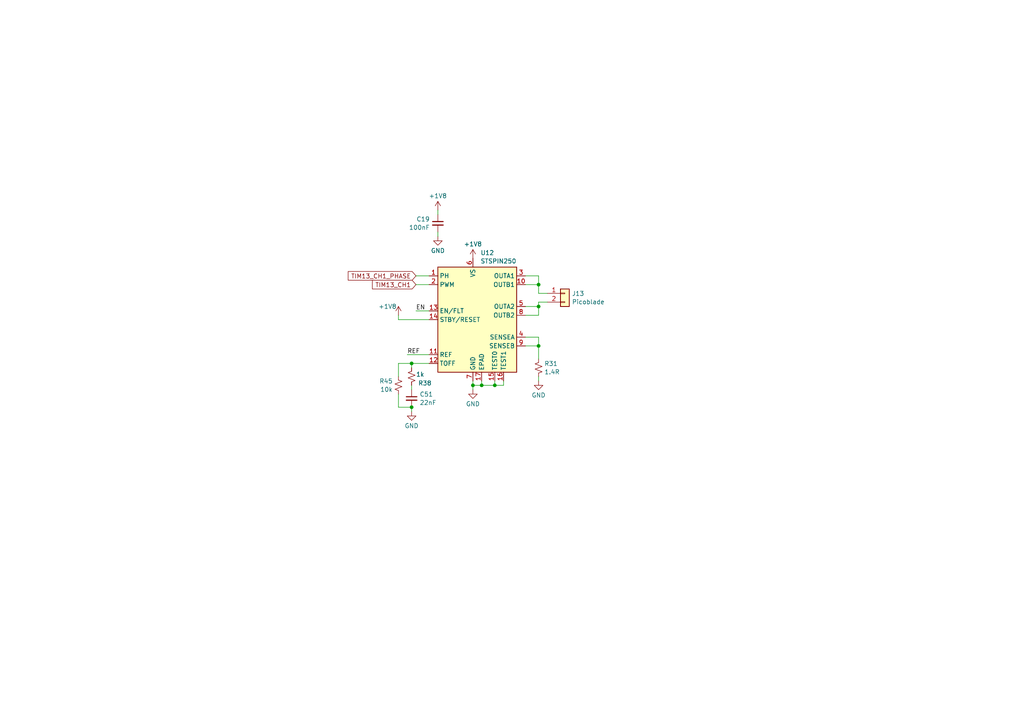
<source format=kicad_sch>
(kicad_sch (version 20230121) (generator eeschema)

  (uuid d3ae3c29-a710-4f7b-94c4-9f99cb159c5b)

  (paper "A4")

  (lib_symbols
    (symbol "Connector_Generic:Conn_01x02" (pin_names (offset 1.016) hide) (in_bom yes) (on_board yes)
      (property "Reference" "J" (at 0 2.54 0)
        (effects (font (size 1.27 1.27)))
      )
      (property "Value" "Conn_01x02" (at 0 -5.08 0)
        (effects (font (size 1.27 1.27)))
      )
      (property "Footprint" "" (at 0 0 0)
        (effects (font (size 1.27 1.27)) hide)
      )
      (property "Datasheet" "~" (at 0 0 0)
        (effects (font (size 1.27 1.27)) hide)
      )
      (property "ki_keywords" "connector" (at 0 0 0)
        (effects (font (size 1.27 1.27)) hide)
      )
      (property "ki_description" "Generic connector, single row, 01x02, script generated (kicad-library-utils/schlib/autogen/connector/)" (at 0 0 0)
        (effects (font (size 1.27 1.27)) hide)
      )
      (property "ki_fp_filters" "Connector*:*_1x??_*" (at 0 0 0)
        (effects (font (size 1.27 1.27)) hide)
      )
      (symbol "Conn_01x02_1_1"
        (rectangle (start -1.27 -2.413) (end 0 -2.667)
          (stroke (width 0.1524) (type default))
          (fill (type none))
        )
        (rectangle (start -1.27 0.127) (end 0 -0.127)
          (stroke (width 0.1524) (type default))
          (fill (type none))
        )
        (rectangle (start -1.27 1.27) (end 1.27 -3.81)
          (stroke (width 0.254) (type default))
          (fill (type background))
        )
        (pin passive line (at -5.08 0 0) (length 3.81)
          (name "Pin_1" (effects (font (size 1.27 1.27))))
          (number "1" (effects (font (size 1.27 1.27))))
        )
        (pin passive line (at -5.08 -2.54 0) (length 3.81)
          (name "Pin_2" (effects (font (size 1.27 1.27))))
          (number "2" (effects (font (size 1.27 1.27))))
        )
      )
    )
    (symbol "Device:C_Small" (pin_numbers hide) (pin_names (offset 0.254) hide) (in_bom yes) (on_board yes)
      (property "Reference" "C" (at 0.254 1.778 0)
        (effects (font (size 1.27 1.27)) (justify left))
      )
      (property "Value" "C_Small" (at 0.254 -2.032 0)
        (effects (font (size 1.27 1.27)) (justify left))
      )
      (property "Footprint" "" (at 0 0 0)
        (effects (font (size 1.27 1.27)) hide)
      )
      (property "Datasheet" "~" (at 0 0 0)
        (effects (font (size 1.27 1.27)) hide)
      )
      (property "ki_keywords" "capacitor cap" (at 0 0 0)
        (effects (font (size 1.27 1.27)) hide)
      )
      (property "ki_description" "Unpolarized capacitor, small symbol" (at 0 0 0)
        (effects (font (size 1.27 1.27)) hide)
      )
      (property "ki_fp_filters" "C_*" (at 0 0 0)
        (effects (font (size 1.27 1.27)) hide)
      )
      (symbol "C_Small_0_1"
        (polyline
          (pts
            (xy -1.524 -0.508)
            (xy 1.524 -0.508)
          )
          (stroke (width 0.3302) (type default))
          (fill (type none))
        )
        (polyline
          (pts
            (xy -1.524 0.508)
            (xy 1.524 0.508)
          )
          (stroke (width 0.3048) (type default))
          (fill (type none))
        )
      )
      (symbol "C_Small_1_1"
        (pin passive line (at 0 2.54 270) (length 2.032)
          (name "~" (effects (font (size 1.27 1.27))))
          (number "1" (effects (font (size 1.27 1.27))))
        )
        (pin passive line (at 0 -2.54 90) (length 2.032)
          (name "~" (effects (font (size 1.27 1.27))))
          (number "2" (effects (font (size 1.27 1.27))))
        )
      )
    )
    (symbol "Device:R_Small_US" (pin_numbers hide) (pin_names (offset 0.254) hide) (in_bom yes) (on_board yes)
      (property "Reference" "R" (at 0.762 0.508 0)
        (effects (font (size 1.27 1.27)) (justify left))
      )
      (property "Value" "R_Small_US" (at 0.762 -1.016 0)
        (effects (font (size 1.27 1.27)) (justify left))
      )
      (property "Footprint" "" (at 0 0 0)
        (effects (font (size 1.27 1.27)) hide)
      )
      (property "Datasheet" "~" (at 0 0 0)
        (effects (font (size 1.27 1.27)) hide)
      )
      (property "ki_keywords" "r resistor" (at 0 0 0)
        (effects (font (size 1.27 1.27)) hide)
      )
      (property "ki_description" "Resistor, small US symbol" (at 0 0 0)
        (effects (font (size 1.27 1.27)) hide)
      )
      (property "ki_fp_filters" "R_*" (at 0 0 0)
        (effects (font (size 1.27 1.27)) hide)
      )
      (symbol "R_Small_US_1_1"
        (polyline
          (pts
            (xy 0 0)
            (xy 1.016 -0.381)
            (xy 0 -0.762)
            (xy -1.016 -1.143)
            (xy 0 -1.524)
          )
          (stroke (width 0) (type default))
          (fill (type none))
        )
        (polyline
          (pts
            (xy 0 1.524)
            (xy 1.016 1.143)
            (xy 0 0.762)
            (xy -1.016 0.381)
            (xy 0 0)
          )
          (stroke (width 0) (type default))
          (fill (type none))
        )
        (pin passive line (at 0 2.54 270) (length 1.016)
          (name "~" (effects (font (size 1.27 1.27))))
          (number "1" (effects (font (size 1.27 1.27))))
        )
        (pin passive line (at 0 -2.54 90) (length 1.016)
          (name "~" (effects (font (size 1.27 1.27))))
          (number "2" (effects (font (size 1.27 1.27))))
        )
      )
    )
    (symbol "components_2:STSPIN250" (in_bom yes) (on_board yes)
      (property "Reference" "U" (at 6.35 21.59 0)
        (effects (font (size 1.27 1.27)))
      )
      (property "Value" "STSPIN250" (at 11.43 19.05 0)
        (effects (font (size 1.27 1.27)))
      )
      (property "Footprint" "" (at 0 24.13 0)
        (effects (font (size 1.27 1.27)) hide)
      )
      (property "Datasheet" "" (at 0 24.13 0)
        (effects (font (size 1.27 1.27)) hide)
      )
      (symbol "STSPIN250_0_1"
        (rectangle (start -10.16 15.24) (end 12.7 -15.24)
          (stroke (width 0.254) (type default))
          (fill (type background))
        )
      )
      (symbol "STSPIN250_1_1"
        (pin input line (at -12.7 12.7 0) (length 2.54)
          (name "PH" (effects (font (size 1.27 1.27))))
          (number "1" (effects (font (size 1.27 1.27))))
        )
        (pin power_out line (at 15.24 10.16 180) (length 2.54)
          (name "OUTB1" (effects (font (size 1.27 1.27))))
          (number "10" (effects (font (size 1.27 1.27))))
        )
        (pin input line (at -12.7 -10.16 0) (length 2.54)
          (name "REF" (effects (font (size 1.27 1.27))))
          (number "11" (effects (font (size 1.27 1.27))))
        )
        (pin input line (at -12.7 -12.7 0) (length 2.54)
          (name "TOFF" (effects (font (size 1.27 1.27))))
          (number "12" (effects (font (size 1.27 1.27))))
        )
        (pin bidirectional line (at -12.7 2.54 0) (length 2.54)
          (name "EN/FLT" (effects (font (size 1.27 1.27))))
          (number "13" (effects (font (size 1.27 1.27))))
        )
        (pin input line (at -12.7 0 0) (length 2.54)
          (name "STBY/RESET" (effects (font (size 1.27 1.27))))
          (number "14" (effects (font (size 1.27 1.27))))
        )
        (pin input line (at 6.35 -17.78 90) (length 2.54)
          (name "TEST0" (effects (font (size 1.27 1.27))))
          (number "15" (effects (font (size 1.27 1.27))))
        )
        (pin input line (at 8.89 -17.78 90) (length 2.54)
          (name "TEST1" (effects (font (size 1.27 1.27))))
          (number "16" (effects (font (size 1.27 1.27))))
        )
        (pin power_in line (at 2.54 -17.78 90) (length 2.54)
          (name "EPAD" (effects (font (size 1.27 1.27))))
          (number "17" (effects (font (size 1.27 1.27))))
        )
        (pin input line (at -12.7 10.16 0) (length 2.54)
          (name "PWM" (effects (font (size 1.27 1.27))))
          (number "2" (effects (font (size 1.27 1.27))))
        )
        (pin power_out line (at 15.24 12.7 180) (length 2.54)
          (name "OUTA1" (effects (font (size 1.27 1.27))))
          (number "3" (effects (font (size 1.27 1.27))))
        )
        (pin power_out line (at 15.24 -5.08 180) (length 2.54)
          (name "SENSEA" (effects (font (size 1.27 1.27))))
          (number "4" (effects (font (size 1.27 1.27))))
        )
        (pin power_out line (at 15.24 3.81 180) (length 2.54)
          (name "OUTA2" (effects (font (size 1.27 1.27))))
          (number "5" (effects (font (size 1.27 1.27))))
        )
        (pin power_in line (at 0 17.78 270) (length 2.54)
          (name "VS" (effects (font (size 1.27 1.27))))
          (number "6" (effects (font (size 1.27 1.27))))
        )
        (pin power_in line (at 0 -17.78 90) (length 2.54)
          (name "GND" (effects (font (size 1.27 1.27))))
          (number "7" (effects (font (size 1.27 1.27))))
        )
        (pin power_out line (at 15.24 1.27 180) (length 2.54)
          (name "OUTB2" (effects (font (size 1.27 1.27))))
          (number "8" (effects (font (size 1.27 1.27))))
        )
        (pin power_out line (at 15.24 -7.62 180) (length 2.54)
          (name "SENSEB" (effects (font (size 1.27 1.27))))
          (number "9" (effects (font (size 1.27 1.27))))
        )
      )
    )
    (symbol "power:+1V8" (power) (pin_names (offset 0)) (in_bom yes) (on_board yes)
      (property "Reference" "#PWR" (at 0 -3.81 0)
        (effects (font (size 1.27 1.27)) hide)
      )
      (property "Value" "+1V8" (at 0 3.556 0)
        (effects (font (size 1.27 1.27)))
      )
      (property "Footprint" "" (at 0 0 0)
        (effects (font (size 1.27 1.27)) hide)
      )
      (property "Datasheet" "" (at 0 0 0)
        (effects (font (size 1.27 1.27)) hide)
      )
      (property "ki_keywords" "global power" (at 0 0 0)
        (effects (font (size 1.27 1.27)) hide)
      )
      (property "ki_description" "Power symbol creates a global label with name \"+1V8\"" (at 0 0 0)
        (effects (font (size 1.27 1.27)) hide)
      )
      (symbol "+1V8_0_1"
        (polyline
          (pts
            (xy -0.762 1.27)
            (xy 0 2.54)
          )
          (stroke (width 0) (type default))
          (fill (type none))
        )
        (polyline
          (pts
            (xy 0 0)
            (xy 0 2.54)
          )
          (stroke (width 0) (type default))
          (fill (type none))
        )
        (polyline
          (pts
            (xy 0 2.54)
            (xy 0.762 1.27)
          )
          (stroke (width 0) (type default))
          (fill (type none))
        )
      )
      (symbol "+1V8_1_1"
        (pin power_in line (at 0 0 90) (length 0) hide
          (name "+1V8" (effects (font (size 1.27 1.27))))
          (number "1" (effects (font (size 1.27 1.27))))
        )
      )
    )
    (symbol "power:GND" (power) (pin_names (offset 0)) (in_bom yes) (on_board yes)
      (property "Reference" "#PWR" (at 0 -6.35 0)
        (effects (font (size 1.27 1.27)) hide)
      )
      (property "Value" "GND" (at 0 -3.81 0)
        (effects (font (size 1.27 1.27)))
      )
      (property "Footprint" "" (at 0 0 0)
        (effects (font (size 1.27 1.27)) hide)
      )
      (property "Datasheet" "" (at 0 0 0)
        (effects (font (size 1.27 1.27)) hide)
      )
      (property "ki_keywords" "global power" (at 0 0 0)
        (effects (font (size 1.27 1.27)) hide)
      )
      (property "ki_description" "Power symbol creates a global label with name \"GND\" , ground" (at 0 0 0)
        (effects (font (size 1.27 1.27)) hide)
      )
      (symbol "GND_0_1"
        (polyline
          (pts
            (xy 0 0)
            (xy 0 -1.27)
            (xy 1.27 -1.27)
            (xy 0 -2.54)
            (xy -1.27 -1.27)
            (xy 0 -1.27)
          )
          (stroke (width 0) (type default))
          (fill (type none))
        )
      )
      (symbol "GND_1_1"
        (pin power_in line (at 0 0 270) (length 0) hide
          (name "GND" (effects (font (size 1.27 1.27))))
          (number "1" (effects (font (size 1.27 1.27))))
        )
      )
    )
  )

  (junction (at 156.21 88.9) (diameter 0) (color 0 0 0 0)
    (uuid 434cb4db-e008-497a-ac75-29356549856d)
  )
  (junction (at 156.21 82.55) (diameter 0) (color 0 0 0 0)
    (uuid 73c65292-b353-4b6d-8478-edeff7afb8c7)
  )
  (junction (at 119.38 118.11) (diameter 0) (color 0 0 0 0)
    (uuid 94b6b8c9-8047-4795-9a9c-fb7cd95c839f)
  )
  (junction (at 156.21 100.33) (diameter 0) (color 0 0 0 0)
    (uuid a7a6fb4e-42d6-42a7-bbf0-d6c88e0348fa)
  )
  (junction (at 143.51 111.76) (diameter 0) (color 0 0 0 0)
    (uuid b3b1cf1f-3840-4d7e-9047-79997c3d87d6)
  )
  (junction (at 137.16 111.76) (diameter 0) (color 0 0 0 0)
    (uuid cbccabf5-514d-4f33-a5e2-8afd2e5196d0)
  )
  (junction (at 119.38 105.41) (diameter 0) (color 0 0 0 0)
    (uuid e8e8b19e-38ee-46f6-abe7-2eb9415a0c45)
  )
  (junction (at 139.7 111.76) (diameter 0) (color 0 0 0 0)
    (uuid ef668624-f822-4384-8bde-da48dda47b2b)
  )

  (wire (pts (xy 158.75 87.63) (xy 156.21 87.63))
    (stroke (width 0) (type default))
    (uuid 03cd1acd-860c-41b6-a0cf-6e5051d36e0a)
  )
  (wire (pts (xy 119.38 119.38) (xy 119.38 118.11))
    (stroke (width 0) (type default))
    (uuid 0b449ecc-9c82-4820-8698-d2d4d1a6b484)
  )
  (wire (pts (xy 152.4 91.44) (xy 156.21 91.44))
    (stroke (width 0) (type default))
    (uuid 0eadbab4-a729-4a40-b7f8-df60fec4a64f)
  )
  (wire (pts (xy 115.57 92.71) (xy 124.46 92.71))
    (stroke (width 0) (type default))
    (uuid 0f466d35-9b0b-4ceb-b8cd-ea19adb3e898)
  )
  (wire (pts (xy 143.51 111.76) (xy 143.51 110.49))
    (stroke (width 0) (type default))
    (uuid 19da91f9-6a5f-48be-9fcf-aa2467619f8e)
  )
  (wire (pts (xy 156.21 100.33) (xy 156.21 104.14))
    (stroke (width 0) (type default))
    (uuid 1b9f4e11-f494-4182-b389-bc772a267783)
  )
  (wire (pts (xy 115.57 105.41) (xy 119.38 105.41))
    (stroke (width 0) (type default))
    (uuid 20724527-7776-4670-b0cc-9f7d650e952e)
  )
  (wire (pts (xy 156.21 97.79) (xy 156.21 100.33))
    (stroke (width 0) (type default))
    (uuid 23522f3e-82c7-4660-bf36-698bed9ff747)
  )
  (wire (pts (xy 115.57 105.41) (xy 115.57 109.22))
    (stroke (width 0) (type default))
    (uuid 266f7f8c-85f0-4bfc-ac14-3e43d1278dbb)
  )
  (wire (pts (xy 118.11 102.87) (xy 124.46 102.87))
    (stroke (width 0) (type default))
    (uuid 281cc014-5e66-4632-bf75-9540f4ceba37)
  )
  (wire (pts (xy 139.7 111.76) (xy 143.51 111.76))
    (stroke (width 0) (type default))
    (uuid 2c7a6d3a-27d4-47e9-a4c8-a2f54c3346dd)
  )
  (wire (pts (xy 115.57 91.44) (xy 115.57 92.71))
    (stroke (width 0) (type default))
    (uuid 2e373b68-696b-43be-8c67-9f63ce48e298)
  )
  (wire (pts (xy 119.38 111.76) (xy 119.38 113.03))
    (stroke (width 0) (type default))
    (uuid 2e7aa4f7-2f59-45c0-9c9e-df1fa5d386ac)
  )
  (wire (pts (xy 156.21 88.9) (xy 156.21 91.44))
    (stroke (width 0) (type default))
    (uuid 445ea813-6607-4352-8695-0473fe659a8a)
  )
  (wire (pts (xy 137.16 111.76) (xy 137.16 113.03))
    (stroke (width 0) (type default))
    (uuid 45a19862-9131-4617-be6d-7f257a3c5054)
  )
  (wire (pts (xy 139.7 111.76) (xy 139.7 110.49))
    (stroke (width 0) (type default))
    (uuid 487c0dd1-8201-4f33-b8f2-393144b038f8)
  )
  (wire (pts (xy 146.05 111.76) (xy 146.05 110.49))
    (stroke (width 0) (type default))
    (uuid 4ce01599-ccbc-4594-b42d-d099858787a8)
  )
  (wire (pts (xy 120.65 80.01) (xy 124.46 80.01))
    (stroke (width 0) (type default))
    (uuid 4eeccc39-7e20-4d55-9dbb-f6b2f85b159b)
  )
  (wire (pts (xy 137.16 110.49) (xy 137.16 111.76))
    (stroke (width 0) (type default))
    (uuid 603a7429-cd78-4607-ab5d-caf3dfa7385e)
  )
  (wire (pts (xy 156.21 85.09) (xy 158.75 85.09))
    (stroke (width 0) (type default))
    (uuid 6d3e1bae-fd32-4e05-b28b-78396ec183c2)
  )
  (wire (pts (xy 127 67.31) (xy 127 68.58))
    (stroke (width 0) (type default))
    (uuid 78851fe2-9688-4dbc-9a81-e27ce981c1f3)
  )
  (wire (pts (xy 156.21 82.55) (xy 156.21 85.09))
    (stroke (width 0) (type default))
    (uuid 815d45b0-8540-4fa8-8a69-4ab3476e3638)
  )
  (wire (pts (xy 152.4 82.55) (xy 156.21 82.55))
    (stroke (width 0) (type default))
    (uuid 911ea3c5-c522-48e4-b8b7-ffe02eb55a93)
  )
  (wire (pts (xy 143.51 111.76) (xy 146.05 111.76))
    (stroke (width 0) (type default))
    (uuid 91d6b792-46f7-47f9-91e4-44f1397bc96d)
  )
  (wire (pts (xy 152.4 97.79) (xy 156.21 97.79))
    (stroke (width 0) (type default))
    (uuid a13d80eb-dd9f-4a70-b224-482e1c96e3df)
  )
  (wire (pts (xy 156.21 88.9) (xy 152.4 88.9))
    (stroke (width 0) (type default))
    (uuid a660deba-e634-41a5-9be9-1acdd54ca362)
  )
  (wire (pts (xy 120.65 82.55) (xy 124.46 82.55))
    (stroke (width 0) (type default))
    (uuid b05ac7e4-fb72-4126-94c2-2c7c5539f2b5)
  )
  (wire (pts (xy 152.4 100.33) (xy 156.21 100.33))
    (stroke (width 0) (type default))
    (uuid b7184f51-76fc-4818-af53-3af825e81bd1)
  )
  (wire (pts (xy 115.57 118.11) (xy 119.38 118.11))
    (stroke (width 0) (type default))
    (uuid c318da2f-fddf-4636-993e-5bc7cca1beac)
  )
  (wire (pts (xy 156.21 80.01) (xy 156.21 82.55))
    (stroke (width 0) (type default))
    (uuid df2ba190-63ee-43e9-80ec-603bc7b1877f)
  )
  (wire (pts (xy 137.16 111.76) (xy 139.7 111.76))
    (stroke (width 0) (type default))
    (uuid e3059f48-6eba-4772-a1e5-7160201bb03c)
  )
  (wire (pts (xy 120.65 90.17) (xy 124.46 90.17))
    (stroke (width 0) (type default))
    (uuid e9a31b84-fa76-47dc-b181-4530f0359c14)
  )
  (wire (pts (xy 156.21 109.22) (xy 156.21 110.49))
    (stroke (width 0) (type default))
    (uuid eb020714-22ff-400a-b95c-78631cd48784)
  )
  (wire (pts (xy 119.38 105.41) (xy 119.38 106.68))
    (stroke (width 0) (type default))
    (uuid f1eb8655-58c5-4a22-8f79-c4cc1f1bf9d1)
  )
  (wire (pts (xy 127 60.96) (xy 127 62.23))
    (stroke (width 0) (type default))
    (uuid f720122c-4380-418b-9614-9675d2e484e4)
  )
  (wire (pts (xy 115.57 114.3) (xy 115.57 118.11))
    (stroke (width 0) (type default))
    (uuid f7316a7e-2476-4819-8fb7-96fb7a77e1e5)
  )
  (wire (pts (xy 119.38 105.41) (xy 124.46 105.41))
    (stroke (width 0) (type default))
    (uuid f7a28afd-0294-4a52-a35d-87b0cb052b0f)
  )
  (wire (pts (xy 156.21 87.63) (xy 156.21 88.9))
    (stroke (width 0) (type default))
    (uuid fd07932c-b6c9-4dc1-bdde-48111e3bddea)
  )
  (wire (pts (xy 152.4 80.01) (xy 156.21 80.01))
    (stroke (width 0) (type default))
    (uuid fd3999ed-52e0-460b-b2ea-b4287d468792)
  )

  (label "REF" (at 118.11 102.87 0) (fields_autoplaced)
    (effects (font (size 1.27 1.27)) (justify left bottom))
    (uuid 628b10f0-1978-4e01-9101-0252ddf2d5a9)
  )
  (label "EN" (at 120.65 90.17 0) (fields_autoplaced)
    (effects (font (size 1.27 1.27)) (justify left bottom))
    (uuid cc3ae181-a2dc-4730-89a8-d239b9afe088)
  )

  (global_label "TIM13_CH1" (shape input) (at 120.65 82.55 180) (fields_autoplaced)
    (effects (font (size 1.27 1.27)) (justify right))
    (uuid 0790ce58-a2ce-45d6-9758-8f0dd246fb21)
    (property "Intersheetrefs" "${INTERSHEET_REFS}" (at 107.4444 82.55 0)
      (effects (font (size 1.27 1.27)) (justify right) hide)
    )
  )
  (global_label "TIM13_CH1_PHASE" (shape input) (at 120.65 80.01 180) (fields_autoplaced)
    (effects (font (size 1.27 1.27)) (justify right))
    (uuid 30ac8659-5e97-4a2c-9633-8e725b282870)
    (property "Intersheetrefs" "${INTERSHEET_REFS}" (at 100.4292 80.01 0)
      (effects (font (size 1.27 1.27)) (justify right) hide)
    )
  )

  (symbol (lib_id "components_2:STSPIN250") (at 137.16 92.71 0) (unit 1)
    (in_bom yes) (on_board yes) (dnp no) (fields_autoplaced)
    (uuid 19eeca92-6ca8-4a31-b672-8fde65669788)
    (property "Reference" "U12" (at 139.3541 73.3257 0)
      (effects (font (size 1.27 1.27)) (justify left))
    )
    (property "Value" "STSPIN250" (at 139.3541 75.7499 0)
      (effects (font (size 1.27 1.27)) (justify left))
    )
    (property "Footprint" "Ultra_librarian:VFQFPN16_STSPIN_STM" (at 137.16 68.58 0)
      (effects (font (size 1.27 1.27)) hide)
    )
    (property "Datasheet" "" (at 137.16 68.58 0)
      (effects (font (size 1.27 1.27)) hide)
    )
    (property "LCSC" "C155561" (at 137.16 92.71 0)
      (effects (font (size 1.27 1.27)) hide)
    )
    (pin "1" (uuid e46c6c14-ad89-41e7-8adc-19629b9363a5))
    (pin "10" (uuid 97811da0-6c20-4a56-8acc-ede948d652a4))
    (pin "11" (uuid 6cd8da83-5e41-42b5-9795-1502d753ce59))
    (pin "12" (uuid 5072d2bc-849c-45b0-86a6-f246efd8c396))
    (pin "13" (uuid 4e2c5edb-598c-4673-981e-bcf1a29386c7))
    (pin "14" (uuid ed236e16-818c-40c0-8947-e853eeccb1af))
    (pin "15" (uuid 027bc0af-25d8-4ee4-b50a-e4daa7fb83c4))
    (pin "16" (uuid 1f78152d-2d05-4851-8d13-4c6d33a2c056))
    (pin "17" (uuid 2a41c778-4014-4d8b-a467-265f45364098))
    (pin "2" (uuid d0ed151e-5bd0-4e9e-9f18-83566a9c2c95))
    (pin "3" (uuid e5cded07-f179-4277-acae-df617063fae1))
    (pin "4" (uuid 7dcbdaa4-9ce3-441b-bc2b-1453d2e23489))
    (pin "5" (uuid 73c7dc44-4717-45ba-9c72-8d83ddba3050))
    (pin "6" (uuid b625d927-c8b1-4d35-b443-f77956de00b2))
    (pin "7" (uuid fac90f5f-7773-4d00-a29d-cf122037bab4))
    (pin "8" (uuid a5d3c886-c924-40c6-89f2-10d7a9adb180))
    (pin "9" (uuid 917c6d82-403f-49be-8bb7-e6186ace1d0d))
    (instances
      (project "KASM_PCB_REV1"
        (path "/bcd76057-59fd-41c5-bb52-9bafb2ef74e0/04e958db-aa3d-41e7-905b-1283accbf3a5"
          (reference "U12") (unit 1)
        )
        (path "/bcd76057-59fd-41c5-bb52-9bafb2ef74e0/04e958db-aa3d-41e7-905b-1283accbf3a5/18dc00ae-3159-4780-b672-12977f79e5ac"
          (reference "U5") (unit 1)
        )
        (path "/bcd76057-59fd-41c5-bb52-9bafb2ef74e0/04e958db-aa3d-41e7-905b-1283accbf3a5/0e4a8bf2-0dd0-4daf-93f5-21aaab6e9079"
          (reference "U12") (unit 1)
        )
        (path "/bcd76057-59fd-41c5-bb52-9bafb2ef74e0/04e958db-aa3d-41e7-905b-1283accbf3a5/fa3e3175-0ec2-4c23-918b-18b69f6d22c9"
          (reference "U7") (unit 1)
        )
        (path "/bcd76057-59fd-41c5-bb52-9bafb2ef74e0/04e958db-aa3d-41e7-905b-1283accbf3a5/5eb57887-e81e-4477-9dd7-7aacc0de0d0b"
          (reference "U34") (unit 1)
        )
        (path "/bcd76057-59fd-41c5-bb52-9bafb2ef74e0/04e958db-aa3d-41e7-905b-1283accbf3a5/e0928f68-e618-4bed-a90d-d4217e4537fe"
          (reference "U35") (unit 1)
        )
        (path "/bcd76057-59fd-41c5-bb52-9bafb2ef74e0/04e958db-aa3d-41e7-905b-1283accbf3a5/035548b8-a31f-4ce4-88ad-eb25e49c8086"
          (reference "U36") (unit 1)
        )
        (path "/bcd76057-59fd-41c5-bb52-9bafb2ef74e0/04e958db-aa3d-41e7-905b-1283accbf3a5/ea7abcee-3bcc-4e0d-ba1f-bfc5afeaff56"
          (reference "U37") (unit 1)
        )
        (path "/bcd76057-59fd-41c5-bb52-9bafb2ef74e0/04e958db-aa3d-41e7-905b-1283accbf3a5/d43b2610-0e88-49f5-accf-91021c3a3747"
          (reference "U38") (unit 1)
        )
        (path "/bcd76057-59fd-41c5-bb52-9bafb2ef74e0/04e958db-aa3d-41e7-905b-1283accbf3a5/183aa310-3222-4137-baac-257f5699b820"
          (reference "U39") (unit 1)
        )
        (path "/bcd76057-59fd-41c5-bb52-9bafb2ef74e0/04e958db-aa3d-41e7-905b-1283accbf3a5/517c7ed0-094c-4bf8-893e-b74da427973a"
          (reference "U40") (unit 1)
        )
        (path "/bcd76057-59fd-41c5-bb52-9bafb2ef74e0/04e958db-aa3d-41e7-905b-1283accbf3a5/31bee4a8-b94d-44ab-a7b7-0e5ab7943934"
          (reference "U41") (unit 1)
        )
        (path "/bcd76057-59fd-41c5-bb52-9bafb2ef74e0/04e958db-aa3d-41e7-905b-1283accbf3a5/3c7f0f67-84e4-46e0-ae69-a3c8008fc518"
          (reference "U42") (unit 1)
        )
        (path "/bcd76057-59fd-41c5-bb52-9bafb2ef74e0/04e958db-aa3d-41e7-905b-1283accbf3a5/09624144-9abc-4214-b8b3-19be92fa01bb"
          (reference "U43") (unit 1)
        )
        (path "/bcd76057-59fd-41c5-bb52-9bafb2ef74e0/04e958db-aa3d-41e7-905b-1283accbf3a5/debcf873-ffd9-4218-a838-354e10f40114"
          (reference "U44") (unit 1)
        )
        (path "/bcd76057-59fd-41c5-bb52-9bafb2ef74e0/04e958db-aa3d-41e7-905b-1283accbf3a5/f3d20732-cdac-44e3-a331-3cd31b97ff57"
          (reference "U45") (unit 1)
        )
        (path "/bcd76057-59fd-41c5-bb52-9bafb2ef74e0/04e958db-aa3d-41e7-905b-1283accbf3a5/d282b751-7721-4014-b2b7-469980c2fd3d"
          (reference "U46") (unit 1)
        )
        (path "/bcd76057-59fd-41c5-bb52-9bafb2ef74e0/04e958db-aa3d-41e7-905b-1283accbf3a5/2f342150-1aa1-4808-811e-c8652a7360ed"
          (reference "U47") (unit 1)
        )
        (path "/bcd76057-59fd-41c5-bb52-9bafb2ef74e0/04e958db-aa3d-41e7-905b-1283accbf3a5/880b3b36-85e8-4c3c-aa09-491ac2842d9f"
          (reference "U48") (unit 1)
        )
        (path "/bcd76057-59fd-41c5-bb52-9bafb2ef74e0/04e958db-aa3d-41e7-905b-1283accbf3a5/a00a6dc6-5da7-4e1f-b4ec-6af8efc204f4"
          (reference "U49") (unit 1)
        )
        (path "/bcd76057-59fd-41c5-bb52-9bafb2ef74e0/04e958db-aa3d-41e7-905b-1283accbf3a5/fb97f32a-344e-42d0-80a3-2f30f649c95b"
          (reference "U50") (unit 1)
        )
        (path "/bcd76057-59fd-41c5-bb52-9bafb2ef74e0/04e958db-aa3d-41e7-905b-1283accbf3a5/758d2951-640e-4c88-be12-1a100eb086a5"
          (reference "U51") (unit 1)
        )
        (path "/bcd76057-59fd-41c5-bb52-9bafb2ef74e0/04e958db-aa3d-41e7-905b-1283accbf3a5/1e6d7f69-4122-453e-9254-d2339f5150d7"
          (reference "U52") (unit 1)
        )
        (path "/bcd76057-59fd-41c5-bb52-9bafb2ef74e0/04e958db-aa3d-41e7-905b-1283accbf3a5/cc8e9e82-b38f-4c96-81d0-3ca8ac77f771"
          (reference "U53") (unit 1)
        )
        (path "/bcd76057-59fd-41c5-bb52-9bafb2ef74e0/04e958db-aa3d-41e7-905b-1283accbf3a5/a49d49c7-da1f-4137-a620-bdc9f58595d1"
          (reference "U55") (unit 1)
        )
        (path "/bcd76057-59fd-41c5-bb52-9bafb2ef74e0/04e958db-aa3d-41e7-905b-1283accbf3a5/80cd4e08-0efe-488f-8e92-54beb1b4d1f2"
          (reference "U56") (unit 1)
        )
        (path "/bcd76057-59fd-41c5-bb52-9bafb2ef74e0/04e958db-aa3d-41e7-905b-1283accbf3a5/317da025-5f62-4c93-8d06-7954e608af1c"
          (reference "U57") (unit 1)
        )
        (path "/bcd76057-59fd-41c5-bb52-9bafb2ef74e0/04e958db-aa3d-41e7-905b-1283accbf3a5/b1894ed9-6a63-4439-a2e8-1827c3e49ee7"
          (reference "U54") (unit 1)
        )
      )
    )
  )

  (symbol (lib_id "power:GND") (at 119.38 119.38 0) (unit 1)
    (in_bom yes) (on_board yes) (dnp no)
    (uuid 1b560aea-f1d1-4242-9055-9226e0b1f112)
    (property "Reference" "#PWR0113" (at 119.38 125.73 0)
      (effects (font (size 1.27 1.27)) hide)
    )
    (property "Value" "GND" (at 119.38 123.5131 0)
      (effects (font (size 1.27 1.27)))
    )
    (property "Footprint" "" (at 119.38 119.38 0)
      (effects (font (size 1.27 1.27)) hide)
    )
    (property "Datasheet" "" (at 119.38 119.38 0)
      (effects (font (size 1.27 1.27)) hide)
    )
    (pin "1" (uuid 4637a27a-c5c6-4311-b6dc-3fecae4bd51a))
    (instances
      (project "KASM_PCB_REV1"
        (path "/bcd76057-59fd-41c5-bb52-9bafb2ef74e0/04e958db-aa3d-41e7-905b-1283accbf3a5"
          (reference "#PWR0113") (unit 1)
        )
        (path "/bcd76057-59fd-41c5-bb52-9bafb2ef74e0/04e958db-aa3d-41e7-905b-1283accbf3a5/18dc00ae-3159-4780-b672-12977f79e5ac"
          (reference "#PWR0106") (unit 1)
        )
        (path "/bcd76057-59fd-41c5-bb52-9bafb2ef74e0/04e958db-aa3d-41e7-905b-1283accbf3a5/0e4a8bf2-0dd0-4daf-93f5-21aaab6e9079"
          (reference "#PWR0262") (unit 1)
        )
        (path "/bcd76057-59fd-41c5-bb52-9bafb2ef74e0/04e958db-aa3d-41e7-905b-1283accbf3a5/fa3e3175-0ec2-4c23-918b-18b69f6d22c9"
          (reference "#PWR0108") (unit 1)
        )
        (path "/bcd76057-59fd-41c5-bb52-9bafb2ef74e0/04e958db-aa3d-41e7-905b-1283accbf3a5/5eb57887-e81e-4477-9dd7-7aacc0de0d0b"
          (reference "#PWR0269") (unit 1)
        )
        (path "/bcd76057-59fd-41c5-bb52-9bafb2ef74e0/04e958db-aa3d-41e7-905b-1283accbf3a5/e0928f68-e618-4bed-a90d-d4217e4537fe"
          (reference "#PWR0276") (unit 1)
        )
        (path "/bcd76057-59fd-41c5-bb52-9bafb2ef74e0/04e958db-aa3d-41e7-905b-1283accbf3a5/035548b8-a31f-4ce4-88ad-eb25e49c8086"
          (reference "#PWR0283") (unit 1)
        )
        (path "/bcd76057-59fd-41c5-bb52-9bafb2ef74e0/04e958db-aa3d-41e7-905b-1283accbf3a5/ea7abcee-3bcc-4e0d-ba1f-bfc5afeaff56"
          (reference "#PWR0290") (unit 1)
        )
        (path "/bcd76057-59fd-41c5-bb52-9bafb2ef74e0/04e958db-aa3d-41e7-905b-1283accbf3a5/d43b2610-0e88-49f5-accf-91021c3a3747"
          (reference "#PWR0297") (unit 1)
        )
        (path "/bcd76057-59fd-41c5-bb52-9bafb2ef74e0/04e958db-aa3d-41e7-905b-1283accbf3a5/183aa310-3222-4137-baac-257f5699b820"
          (reference "#PWR0304") (unit 1)
        )
        (path "/bcd76057-59fd-41c5-bb52-9bafb2ef74e0/04e958db-aa3d-41e7-905b-1283accbf3a5/517c7ed0-094c-4bf8-893e-b74da427973a"
          (reference "#PWR0311") (unit 1)
        )
        (path "/bcd76057-59fd-41c5-bb52-9bafb2ef74e0/04e958db-aa3d-41e7-905b-1283accbf3a5/31bee4a8-b94d-44ab-a7b7-0e5ab7943934"
          (reference "#PWR0318") (unit 1)
        )
        (path "/bcd76057-59fd-41c5-bb52-9bafb2ef74e0/04e958db-aa3d-41e7-905b-1283accbf3a5/3c7f0f67-84e4-46e0-ae69-a3c8008fc518"
          (reference "#PWR0325") (unit 1)
        )
        (path "/bcd76057-59fd-41c5-bb52-9bafb2ef74e0/04e958db-aa3d-41e7-905b-1283accbf3a5/09624144-9abc-4214-b8b3-19be92fa01bb"
          (reference "#PWR0332") (unit 1)
        )
        (path "/bcd76057-59fd-41c5-bb52-9bafb2ef74e0/04e958db-aa3d-41e7-905b-1283accbf3a5/debcf873-ffd9-4218-a838-354e10f40114"
          (reference "#PWR0339") (unit 1)
        )
        (path "/bcd76057-59fd-41c5-bb52-9bafb2ef74e0/04e958db-aa3d-41e7-905b-1283accbf3a5/f3d20732-cdac-44e3-a331-3cd31b97ff57"
          (reference "#PWR0346") (unit 1)
        )
        (path "/bcd76057-59fd-41c5-bb52-9bafb2ef74e0/04e958db-aa3d-41e7-905b-1283accbf3a5/d282b751-7721-4014-b2b7-469980c2fd3d"
          (reference "#PWR0353") (unit 1)
        )
        (path "/bcd76057-59fd-41c5-bb52-9bafb2ef74e0/04e958db-aa3d-41e7-905b-1283accbf3a5/2f342150-1aa1-4808-811e-c8652a7360ed"
          (reference "#PWR0360") (unit 1)
        )
        (path "/bcd76057-59fd-41c5-bb52-9bafb2ef74e0/04e958db-aa3d-41e7-905b-1283accbf3a5/880b3b36-85e8-4c3c-aa09-491ac2842d9f"
          (reference "#PWR0367") (unit 1)
        )
        (path "/bcd76057-59fd-41c5-bb52-9bafb2ef74e0/04e958db-aa3d-41e7-905b-1283accbf3a5/a00a6dc6-5da7-4e1f-b4ec-6af8efc204f4"
          (reference "#PWR0374") (unit 1)
        )
        (path "/bcd76057-59fd-41c5-bb52-9bafb2ef74e0/04e958db-aa3d-41e7-905b-1283accbf3a5/fb97f32a-344e-42d0-80a3-2f30f649c95b"
          (reference "#PWR0381") (unit 1)
        )
        (path "/bcd76057-59fd-41c5-bb52-9bafb2ef74e0/04e958db-aa3d-41e7-905b-1283accbf3a5/758d2951-640e-4c88-be12-1a100eb086a5"
          (reference "#PWR0388") (unit 1)
        )
        (path "/bcd76057-59fd-41c5-bb52-9bafb2ef74e0/04e958db-aa3d-41e7-905b-1283accbf3a5/1e6d7f69-4122-453e-9254-d2339f5150d7"
          (reference "#PWR0395") (unit 1)
        )
        (path "/bcd76057-59fd-41c5-bb52-9bafb2ef74e0/04e958db-aa3d-41e7-905b-1283accbf3a5/cc8e9e82-b38f-4c96-81d0-3ca8ac77f771"
          (reference "#PWR0402") (unit 1)
        )
        (path "/bcd76057-59fd-41c5-bb52-9bafb2ef74e0/04e958db-aa3d-41e7-905b-1283accbf3a5/a49d49c7-da1f-4137-a620-bdc9f58595d1"
          (reference "#PWR0416") (unit 1)
        )
        (path "/bcd76057-59fd-41c5-bb52-9bafb2ef74e0/04e958db-aa3d-41e7-905b-1283accbf3a5/80cd4e08-0efe-488f-8e92-54beb1b4d1f2"
          (reference "#PWR0423") (unit 1)
        )
        (path "/bcd76057-59fd-41c5-bb52-9bafb2ef74e0/04e958db-aa3d-41e7-905b-1283accbf3a5/317da025-5f62-4c93-8d06-7954e608af1c"
          (reference "#PWR0430") (unit 1)
        )
        (path "/bcd76057-59fd-41c5-bb52-9bafb2ef74e0/04e958db-aa3d-41e7-905b-1283accbf3a5/b1894ed9-6a63-4439-a2e8-1827c3e49ee7"
          (reference "#PWR0409") (unit 1)
        )
      )
    )
  )

  (symbol (lib_id "Device:R_Small_US") (at 115.57 111.76 0) (unit 1)
    (in_bom yes) (on_board yes) (dnp no)
    (uuid 1c0f638b-f20f-4b2e-b1b4-83a656ba64a2)
    (property "Reference" "R45" (at 113.919 110.5479 0)
      (effects (font (size 1.27 1.27)) (justify right))
    )
    (property "Value" "10k" (at 113.919 112.9721 0)
      (effects (font (size 1.27 1.27)) (justify right))
    )
    (property "Footprint" "Resistor_SMD:R_0402_1005Metric" (at 115.57 111.76 0)
      (effects (font (size 1.27 1.27)) hide)
    )
    (property "Datasheet" "~" (at 115.57 111.76 0)
      (effects (font (size 1.27 1.27)) hide)
    )
    (property "LCSC" "C25744" (at 115.57 111.76 0)
      (effects (font (size 1.27 1.27)) hide)
    )
    (pin "1" (uuid 32b177db-daf9-4a6b-9c8f-4c4a6aa2c23e))
    (pin "2" (uuid 07fe93d4-1469-4ba6-a4b1-0eeff5425a0e))
    (instances
      (project "KASM_PCB_REV1"
        (path "/bcd76057-59fd-41c5-bb52-9bafb2ef74e0/04e958db-aa3d-41e7-905b-1283accbf3a5"
          (reference "R45") (unit 1)
        )
        (path "/bcd76057-59fd-41c5-bb52-9bafb2ef74e0/04e958db-aa3d-41e7-905b-1283accbf3a5/18dc00ae-3159-4780-b672-12977f79e5ac"
          (reference "R45") (unit 1)
        )
        (path "/bcd76057-59fd-41c5-bb52-9bafb2ef74e0/04e958db-aa3d-41e7-905b-1283accbf3a5/0e4a8bf2-0dd0-4daf-93f5-21aaab6e9079"
          (reference "R110") (unit 1)
        )
        (path "/bcd76057-59fd-41c5-bb52-9bafb2ef74e0/04e958db-aa3d-41e7-905b-1283accbf3a5/fa3e3175-0ec2-4c23-918b-18b69f6d22c9"
          (reference "R40") (unit 1)
        )
        (path "/bcd76057-59fd-41c5-bb52-9bafb2ef74e0/04e958db-aa3d-41e7-905b-1283accbf3a5/5eb57887-e81e-4477-9dd7-7aacc0de0d0b"
          (reference "R113") (unit 1)
        )
        (path "/bcd76057-59fd-41c5-bb52-9bafb2ef74e0/04e958db-aa3d-41e7-905b-1283accbf3a5/e0928f68-e618-4bed-a90d-d4217e4537fe"
          (reference "R116") (unit 1)
        )
        (path "/bcd76057-59fd-41c5-bb52-9bafb2ef74e0/04e958db-aa3d-41e7-905b-1283accbf3a5/035548b8-a31f-4ce4-88ad-eb25e49c8086"
          (reference "R119") (unit 1)
        )
        (path "/bcd76057-59fd-41c5-bb52-9bafb2ef74e0/04e958db-aa3d-41e7-905b-1283accbf3a5/ea7abcee-3bcc-4e0d-ba1f-bfc5afeaff56"
          (reference "R122") (unit 1)
        )
        (path "/bcd76057-59fd-41c5-bb52-9bafb2ef74e0/04e958db-aa3d-41e7-905b-1283accbf3a5/d43b2610-0e88-49f5-accf-91021c3a3747"
          (reference "R125") (unit 1)
        )
        (path "/bcd76057-59fd-41c5-bb52-9bafb2ef74e0/04e958db-aa3d-41e7-905b-1283accbf3a5/183aa310-3222-4137-baac-257f5699b820"
          (reference "R128") (unit 1)
        )
        (path "/bcd76057-59fd-41c5-bb52-9bafb2ef74e0/04e958db-aa3d-41e7-905b-1283accbf3a5/517c7ed0-094c-4bf8-893e-b74da427973a"
          (reference "R131") (unit 1)
        )
        (path "/bcd76057-59fd-41c5-bb52-9bafb2ef74e0/04e958db-aa3d-41e7-905b-1283accbf3a5/31bee4a8-b94d-44ab-a7b7-0e5ab7943934"
          (reference "R134") (unit 1)
        )
        (path "/bcd76057-59fd-41c5-bb52-9bafb2ef74e0/04e958db-aa3d-41e7-905b-1283accbf3a5/3c7f0f67-84e4-46e0-ae69-a3c8008fc518"
          (reference "R137") (unit 1)
        )
        (path "/bcd76057-59fd-41c5-bb52-9bafb2ef74e0/04e958db-aa3d-41e7-905b-1283accbf3a5/09624144-9abc-4214-b8b3-19be92fa01bb"
          (reference "R140") (unit 1)
        )
        (path "/bcd76057-59fd-41c5-bb52-9bafb2ef74e0/04e958db-aa3d-41e7-905b-1283accbf3a5/debcf873-ffd9-4218-a838-354e10f40114"
          (reference "R143") (unit 1)
        )
        (path "/bcd76057-59fd-41c5-bb52-9bafb2ef74e0/04e958db-aa3d-41e7-905b-1283accbf3a5/f3d20732-cdac-44e3-a331-3cd31b97ff57"
          (reference "R146") (unit 1)
        )
        (path "/bcd76057-59fd-41c5-bb52-9bafb2ef74e0/04e958db-aa3d-41e7-905b-1283accbf3a5/d282b751-7721-4014-b2b7-469980c2fd3d"
          (reference "R149") (unit 1)
        )
        (path "/bcd76057-59fd-41c5-bb52-9bafb2ef74e0/04e958db-aa3d-41e7-905b-1283accbf3a5/2f342150-1aa1-4808-811e-c8652a7360ed"
          (reference "R152") (unit 1)
        )
        (path "/bcd76057-59fd-41c5-bb52-9bafb2ef74e0/04e958db-aa3d-41e7-905b-1283accbf3a5/880b3b36-85e8-4c3c-aa09-491ac2842d9f"
          (reference "R155") (unit 1)
        )
        (path "/bcd76057-59fd-41c5-bb52-9bafb2ef74e0/04e958db-aa3d-41e7-905b-1283accbf3a5/a00a6dc6-5da7-4e1f-b4ec-6af8efc204f4"
          (reference "R158") (unit 1)
        )
        (path "/bcd76057-59fd-41c5-bb52-9bafb2ef74e0/04e958db-aa3d-41e7-905b-1283accbf3a5/fb97f32a-344e-42d0-80a3-2f30f649c95b"
          (reference "R161") (unit 1)
        )
        (path "/bcd76057-59fd-41c5-bb52-9bafb2ef74e0/04e958db-aa3d-41e7-905b-1283accbf3a5/758d2951-640e-4c88-be12-1a100eb086a5"
          (reference "R164") (unit 1)
        )
        (path "/bcd76057-59fd-41c5-bb52-9bafb2ef74e0/04e958db-aa3d-41e7-905b-1283accbf3a5/1e6d7f69-4122-453e-9254-d2339f5150d7"
          (reference "R167") (unit 1)
        )
        (path "/bcd76057-59fd-41c5-bb52-9bafb2ef74e0/04e958db-aa3d-41e7-905b-1283accbf3a5/cc8e9e82-b38f-4c96-81d0-3ca8ac77f771"
          (reference "R170") (unit 1)
        )
        (path "/bcd76057-59fd-41c5-bb52-9bafb2ef74e0/04e958db-aa3d-41e7-905b-1283accbf3a5/a49d49c7-da1f-4137-a620-bdc9f58595d1"
          (reference "R176") (unit 1)
        )
        (path "/bcd76057-59fd-41c5-bb52-9bafb2ef74e0/04e958db-aa3d-41e7-905b-1283accbf3a5/80cd4e08-0efe-488f-8e92-54beb1b4d1f2"
          (reference "R179") (unit 1)
        )
        (path "/bcd76057-59fd-41c5-bb52-9bafb2ef74e0/04e958db-aa3d-41e7-905b-1283accbf3a5/317da025-5f62-4c93-8d06-7954e608af1c"
          (reference "R182") (unit 1)
        )
        (path "/bcd76057-59fd-41c5-bb52-9bafb2ef74e0/04e958db-aa3d-41e7-905b-1283accbf3a5/b1894ed9-6a63-4439-a2e8-1827c3e49ee7"
          (reference "R173") (unit 1)
        )
      )
    )
  )

  (symbol (lib_id "Device:C_Small") (at 119.38 115.57 0) (unit 1)
    (in_bom yes) (on_board yes) (dnp no)
    (uuid 2782306e-b156-4b63-ae9d-a4809019075d)
    (property "Reference" "C51" (at 121.7041 114.3642 0)
      (effects (font (size 1.27 1.27)) (justify left))
    )
    (property "Value" "22nF" (at 121.7041 116.7884 0)
      (effects (font (size 1.27 1.27)) (justify left))
    )
    (property "Footprint" "Capacitor_SMD:C_0402_1005Metric" (at 119.38 115.57 0)
      (effects (font (size 1.27 1.27)) hide)
    )
    (property "Datasheet" "~" (at 119.38 115.57 0)
      (effects (font (size 1.27 1.27)) hide)
    )
    (property "LCSC" "C1532" (at 119.38 115.57 0)
      (effects (font (size 1.27 1.27)) hide)
    )
    (pin "1" (uuid 45cc038a-6790-4cfb-91c4-5c23167940f5))
    (pin "2" (uuid d4512f2d-7735-4fc1-a4ef-1aaab42564c2))
    (instances
      (project "KASM_PCB_REV1"
        (path "/bcd76057-59fd-41c5-bb52-9bafb2ef74e0/04e958db-aa3d-41e7-905b-1283accbf3a5"
          (reference "C51") (unit 1)
        )
        (path "/bcd76057-59fd-41c5-bb52-9bafb2ef74e0/04e958db-aa3d-41e7-905b-1283accbf3a5/18dc00ae-3159-4780-b672-12977f79e5ac"
          (reference "C51") (unit 1)
        )
        (path "/bcd76057-59fd-41c5-bb52-9bafb2ef74e0/04e958db-aa3d-41e7-905b-1283accbf3a5/0e4a8bf2-0dd0-4daf-93f5-21aaab6e9079"
          (reference "C95") (unit 1)
        )
        (path "/bcd76057-59fd-41c5-bb52-9bafb2ef74e0/04e958db-aa3d-41e7-905b-1283accbf3a5/fa3e3175-0ec2-4c23-918b-18b69f6d22c9"
          (reference "C46") (unit 1)
        )
        (path "/bcd76057-59fd-41c5-bb52-9bafb2ef74e0/04e958db-aa3d-41e7-905b-1283accbf3a5/5eb57887-e81e-4477-9dd7-7aacc0de0d0b"
          (reference "C97") (unit 1)
        )
        (path "/bcd76057-59fd-41c5-bb52-9bafb2ef74e0/04e958db-aa3d-41e7-905b-1283accbf3a5/e0928f68-e618-4bed-a90d-d4217e4537fe"
          (reference "C99") (unit 1)
        )
        (path "/bcd76057-59fd-41c5-bb52-9bafb2ef74e0/04e958db-aa3d-41e7-905b-1283accbf3a5/035548b8-a31f-4ce4-88ad-eb25e49c8086"
          (reference "C101") (unit 1)
        )
        (path "/bcd76057-59fd-41c5-bb52-9bafb2ef74e0/04e958db-aa3d-41e7-905b-1283accbf3a5/ea7abcee-3bcc-4e0d-ba1f-bfc5afeaff56"
          (reference "C103") (unit 1)
        )
        (path "/bcd76057-59fd-41c5-bb52-9bafb2ef74e0/04e958db-aa3d-41e7-905b-1283accbf3a5/d43b2610-0e88-49f5-accf-91021c3a3747"
          (reference "C105") (unit 1)
        )
        (path "/bcd76057-59fd-41c5-bb52-9bafb2ef74e0/04e958db-aa3d-41e7-905b-1283accbf3a5/183aa310-3222-4137-baac-257f5699b820"
          (reference "C107") (unit 1)
        )
        (path "/bcd76057-59fd-41c5-bb52-9bafb2ef74e0/04e958db-aa3d-41e7-905b-1283accbf3a5/517c7ed0-094c-4bf8-893e-b74da427973a"
          (reference "C109") (unit 1)
        )
        (path "/bcd76057-59fd-41c5-bb52-9bafb2ef74e0/04e958db-aa3d-41e7-905b-1283accbf3a5/31bee4a8-b94d-44ab-a7b7-0e5ab7943934"
          (reference "C111") (unit 1)
        )
        (path "/bcd76057-59fd-41c5-bb52-9bafb2ef74e0/04e958db-aa3d-41e7-905b-1283accbf3a5/3c7f0f67-84e4-46e0-ae69-a3c8008fc518"
          (reference "C113") (unit 1)
        )
        (path "/bcd76057-59fd-41c5-bb52-9bafb2ef74e0/04e958db-aa3d-41e7-905b-1283accbf3a5/09624144-9abc-4214-b8b3-19be92fa01bb"
          (reference "C115") (unit 1)
        )
        (path "/bcd76057-59fd-41c5-bb52-9bafb2ef74e0/04e958db-aa3d-41e7-905b-1283accbf3a5/debcf873-ffd9-4218-a838-354e10f40114"
          (reference "C117") (unit 1)
        )
        (path "/bcd76057-59fd-41c5-bb52-9bafb2ef74e0/04e958db-aa3d-41e7-905b-1283accbf3a5/f3d20732-cdac-44e3-a331-3cd31b97ff57"
          (reference "C119") (unit 1)
        )
        (path "/bcd76057-59fd-41c5-bb52-9bafb2ef74e0/04e958db-aa3d-41e7-905b-1283accbf3a5/d282b751-7721-4014-b2b7-469980c2fd3d"
          (reference "C121") (unit 1)
        )
        (path "/bcd76057-59fd-41c5-bb52-9bafb2ef74e0/04e958db-aa3d-41e7-905b-1283accbf3a5/2f342150-1aa1-4808-811e-c8652a7360ed"
          (reference "C123") (unit 1)
        )
        (path "/bcd76057-59fd-41c5-bb52-9bafb2ef74e0/04e958db-aa3d-41e7-905b-1283accbf3a5/880b3b36-85e8-4c3c-aa09-491ac2842d9f"
          (reference "C125") (unit 1)
        )
        (path "/bcd76057-59fd-41c5-bb52-9bafb2ef74e0/04e958db-aa3d-41e7-905b-1283accbf3a5/a00a6dc6-5da7-4e1f-b4ec-6af8efc204f4"
          (reference "C127") (unit 1)
        )
        (path "/bcd76057-59fd-41c5-bb52-9bafb2ef74e0/04e958db-aa3d-41e7-905b-1283accbf3a5/fb97f32a-344e-42d0-80a3-2f30f649c95b"
          (reference "C129") (unit 1)
        )
        (path "/bcd76057-59fd-41c5-bb52-9bafb2ef74e0/04e958db-aa3d-41e7-905b-1283accbf3a5/758d2951-640e-4c88-be12-1a100eb086a5"
          (reference "C131") (unit 1)
        )
        (path "/bcd76057-59fd-41c5-bb52-9bafb2ef74e0/04e958db-aa3d-41e7-905b-1283accbf3a5/1e6d7f69-4122-453e-9254-d2339f5150d7"
          (reference "C133") (unit 1)
        )
        (path "/bcd76057-59fd-41c5-bb52-9bafb2ef74e0/04e958db-aa3d-41e7-905b-1283accbf3a5/cc8e9e82-b38f-4c96-81d0-3ca8ac77f771"
          (reference "C135") (unit 1)
        )
        (path "/bcd76057-59fd-41c5-bb52-9bafb2ef74e0/04e958db-aa3d-41e7-905b-1283accbf3a5/a49d49c7-da1f-4137-a620-bdc9f58595d1"
          (reference "C139") (unit 1)
        )
        (path "/bcd76057-59fd-41c5-bb52-9bafb2ef74e0/04e958db-aa3d-41e7-905b-1283accbf3a5/80cd4e08-0efe-488f-8e92-54beb1b4d1f2"
          (reference "C141") (unit 1)
        )
        (path "/bcd76057-59fd-41c5-bb52-9bafb2ef74e0/04e958db-aa3d-41e7-905b-1283accbf3a5/317da025-5f62-4c93-8d06-7954e608af1c"
          (reference "C143") (unit 1)
        )
        (path "/bcd76057-59fd-41c5-bb52-9bafb2ef74e0/04e958db-aa3d-41e7-905b-1283accbf3a5/b1894ed9-6a63-4439-a2e8-1827c3e49ee7"
          (reference "C137") (unit 1)
        )
      )
    )
  )

  (symbol (lib_id "Device:C_Small") (at 127 64.77 0) (mirror y) (unit 1)
    (in_bom yes) (on_board yes) (dnp no)
    (uuid 30662a80-f7ba-4153-8c23-39ace1e524b8)
    (property "Reference" "C19" (at 124.6759 63.5642 0)
      (effects (font (size 1.27 1.27)) (justify left))
    )
    (property "Value" "100nF" (at 124.6759 65.9884 0)
      (effects (font (size 1.27 1.27)) (justify left))
    )
    (property "Footprint" "Capacitor_SMD:C_0402_1005Metric" (at 127 64.77 0)
      (effects (font (size 1.27 1.27)) hide)
    )
    (property "Datasheet" "~" (at 127 64.77 0)
      (effects (font (size 1.27 1.27)) hide)
    )
    (property "LCSC" "C1525" (at 127 64.77 0)
      (effects (font (size 1.27 1.27)) hide)
    )
    (pin "1" (uuid 895c655b-c28c-4357-b4cb-52024c7cdb04))
    (pin "2" (uuid 517a1446-2faa-475e-a498-cdaac64064c7))
    (instances
      (project "KASM_PCB_REV1"
        (path "/bcd76057-59fd-41c5-bb52-9bafb2ef74e0/9f28d78d-ca42-4041-9be6-b996c46b4a0a"
          (reference "C19") (unit 1)
        )
        (path "/bcd76057-59fd-41c5-bb52-9bafb2ef74e0/da6e1dd6-6549-4588-8765-3ff657cbe17b"
          (reference "C1") (unit 1)
        )
        (path "/bcd76057-59fd-41c5-bb52-9bafb2ef74e0/04e958db-aa3d-41e7-905b-1283accbf3a5"
          (reference "C40") (unit 1)
        )
        (path "/bcd76057-59fd-41c5-bb52-9bafb2ef74e0/04e958db-aa3d-41e7-905b-1283accbf3a5/18dc00ae-3159-4780-b672-12977f79e5ac"
          (reference "C40") (unit 1)
        )
        (path "/bcd76057-59fd-41c5-bb52-9bafb2ef74e0/04e958db-aa3d-41e7-905b-1283accbf3a5/0e4a8bf2-0dd0-4daf-93f5-21aaab6e9079"
          (reference "C94") (unit 1)
        )
        (path "/bcd76057-59fd-41c5-bb52-9bafb2ef74e0/04e958db-aa3d-41e7-905b-1283accbf3a5/fa3e3175-0ec2-4c23-918b-18b69f6d22c9"
          (reference "C42") (unit 1)
        )
        (path "/bcd76057-59fd-41c5-bb52-9bafb2ef74e0/04e958db-aa3d-41e7-905b-1283accbf3a5/5eb57887-e81e-4477-9dd7-7aacc0de0d0b"
          (reference "C96") (unit 1)
        )
        (path "/bcd76057-59fd-41c5-bb52-9bafb2ef74e0/04e958db-aa3d-41e7-905b-1283accbf3a5/e0928f68-e618-4bed-a90d-d4217e4537fe"
          (reference "C98") (unit 1)
        )
        (path "/bcd76057-59fd-41c5-bb52-9bafb2ef74e0/04e958db-aa3d-41e7-905b-1283accbf3a5/035548b8-a31f-4ce4-88ad-eb25e49c8086"
          (reference "C100") (unit 1)
        )
        (path "/bcd76057-59fd-41c5-bb52-9bafb2ef74e0/04e958db-aa3d-41e7-905b-1283accbf3a5/ea7abcee-3bcc-4e0d-ba1f-bfc5afeaff56"
          (reference "C102") (unit 1)
        )
        (path "/bcd76057-59fd-41c5-bb52-9bafb2ef74e0/04e958db-aa3d-41e7-905b-1283accbf3a5/d43b2610-0e88-49f5-accf-91021c3a3747"
          (reference "C104") (unit 1)
        )
        (path "/bcd76057-59fd-41c5-bb52-9bafb2ef74e0/04e958db-aa3d-41e7-905b-1283accbf3a5/183aa310-3222-4137-baac-257f5699b820"
          (reference "C106") (unit 1)
        )
        (path "/bcd76057-59fd-41c5-bb52-9bafb2ef74e0/04e958db-aa3d-41e7-905b-1283accbf3a5/517c7ed0-094c-4bf8-893e-b74da427973a"
          (reference "C108") (unit 1)
        )
        (path "/bcd76057-59fd-41c5-bb52-9bafb2ef74e0/04e958db-aa3d-41e7-905b-1283accbf3a5/31bee4a8-b94d-44ab-a7b7-0e5ab7943934"
          (reference "C110") (unit 1)
        )
        (path "/bcd76057-59fd-41c5-bb52-9bafb2ef74e0/04e958db-aa3d-41e7-905b-1283accbf3a5/3c7f0f67-84e4-46e0-ae69-a3c8008fc518"
          (reference "C112") (unit 1)
        )
        (path "/bcd76057-59fd-41c5-bb52-9bafb2ef74e0/04e958db-aa3d-41e7-905b-1283accbf3a5/09624144-9abc-4214-b8b3-19be92fa01bb"
          (reference "C114") (unit 1)
        )
        (path "/bcd76057-59fd-41c5-bb52-9bafb2ef74e0/04e958db-aa3d-41e7-905b-1283accbf3a5/debcf873-ffd9-4218-a838-354e10f40114"
          (reference "C116") (unit 1)
        )
        (path "/bcd76057-59fd-41c5-bb52-9bafb2ef74e0/04e958db-aa3d-41e7-905b-1283accbf3a5/f3d20732-cdac-44e3-a331-3cd31b97ff57"
          (reference "C118") (unit 1)
        )
        (path "/bcd76057-59fd-41c5-bb52-9bafb2ef74e0/04e958db-aa3d-41e7-905b-1283accbf3a5/d282b751-7721-4014-b2b7-469980c2fd3d"
          (reference "C120") (unit 1)
        )
        (path "/bcd76057-59fd-41c5-bb52-9bafb2ef74e0/04e958db-aa3d-41e7-905b-1283accbf3a5/2f342150-1aa1-4808-811e-c8652a7360ed"
          (reference "C122") (unit 1)
        )
        (path "/bcd76057-59fd-41c5-bb52-9bafb2ef74e0/04e958db-aa3d-41e7-905b-1283accbf3a5/880b3b36-85e8-4c3c-aa09-491ac2842d9f"
          (reference "C124") (unit 1)
        )
        (path "/bcd76057-59fd-41c5-bb52-9bafb2ef74e0/04e958db-aa3d-41e7-905b-1283accbf3a5/a00a6dc6-5da7-4e1f-b4ec-6af8efc204f4"
          (reference "C126") (unit 1)
        )
        (path "/bcd76057-59fd-41c5-bb52-9bafb2ef74e0/04e958db-aa3d-41e7-905b-1283accbf3a5/fb97f32a-344e-42d0-80a3-2f30f649c95b"
          (reference "C128") (unit 1)
        )
        (path "/bcd76057-59fd-41c5-bb52-9bafb2ef74e0/04e958db-aa3d-41e7-905b-1283accbf3a5/758d2951-640e-4c88-be12-1a100eb086a5"
          (reference "C130") (unit 1)
        )
        (path "/bcd76057-59fd-41c5-bb52-9bafb2ef74e0/04e958db-aa3d-41e7-905b-1283accbf3a5/1e6d7f69-4122-453e-9254-d2339f5150d7"
          (reference "C132") (unit 1)
        )
        (path "/bcd76057-59fd-41c5-bb52-9bafb2ef74e0/04e958db-aa3d-41e7-905b-1283accbf3a5/cc8e9e82-b38f-4c96-81d0-3ca8ac77f771"
          (reference "C134") (unit 1)
        )
        (path "/bcd76057-59fd-41c5-bb52-9bafb2ef74e0/04e958db-aa3d-41e7-905b-1283accbf3a5/a49d49c7-da1f-4137-a620-bdc9f58595d1"
          (reference "C138") (unit 1)
        )
        (path "/bcd76057-59fd-41c5-bb52-9bafb2ef74e0/04e958db-aa3d-41e7-905b-1283accbf3a5/80cd4e08-0efe-488f-8e92-54beb1b4d1f2"
          (reference "C140") (unit 1)
        )
        (path "/bcd76057-59fd-41c5-bb52-9bafb2ef74e0/04e958db-aa3d-41e7-905b-1283accbf3a5/317da025-5f62-4c93-8d06-7954e608af1c"
          (reference "C142") (unit 1)
        )
        (path "/bcd76057-59fd-41c5-bb52-9bafb2ef74e0/04e958db-aa3d-41e7-905b-1283accbf3a5/b1894ed9-6a63-4439-a2e8-1827c3e49ee7"
          (reference "C136") (unit 1)
        )
      )
    )
  )

  (symbol (lib_id "power:+1V8") (at 137.16 74.93 0) (unit 1)
    (in_bom yes) (on_board yes) (dnp no) (fields_autoplaced)
    (uuid 351bac8b-9ad0-4f87-b14f-9b52a07bdc9f)
    (property "Reference" "#PWR030" (at 137.16 78.74 0)
      (effects (font (size 1.27 1.27)) hide)
    )
    (property "Value" "+1V8" (at 137.16 70.7969 0)
      (effects (font (size 1.27 1.27)))
    )
    (property "Footprint" "" (at 137.16 74.93 0)
      (effects (font (size 1.27 1.27)) hide)
    )
    (property "Datasheet" "" (at 137.16 74.93 0)
      (effects (font (size 1.27 1.27)) hide)
    )
    (pin "1" (uuid 9b8d2036-7e0c-427a-b116-c0583ef1c727))
    (instances
      (project "KASM_PCB_REV1"
        (path "/bcd76057-59fd-41c5-bb52-9bafb2ef74e0/9f28d78d-ca42-4041-9be6-b996c46b4a0a"
          (reference "#PWR030") (unit 1)
        )
        (path "/bcd76057-59fd-41c5-bb52-9bafb2ef74e0/04e958db-aa3d-41e7-905b-1283accbf3a5"
          (reference "#PWR085") (unit 1)
        )
        (path "/bcd76057-59fd-41c5-bb52-9bafb2ef74e0/04e958db-aa3d-41e7-905b-1283accbf3a5/18dc00ae-3159-4780-b672-12977f79e5ac"
          (reference "#PWR074") (unit 1)
        )
        (path "/bcd76057-59fd-41c5-bb52-9bafb2ef74e0/04e958db-aa3d-41e7-905b-1283accbf3a5/0e4a8bf2-0dd0-4daf-93f5-21aaab6e9079"
          (reference "#PWR0258") (unit 1)
        )
        (path "/bcd76057-59fd-41c5-bb52-9bafb2ef74e0/04e958db-aa3d-41e7-905b-1283accbf3a5/fa3e3175-0ec2-4c23-918b-18b69f6d22c9"
          (reference "#PWR080") (unit 1)
        )
        (path "/bcd76057-59fd-41c5-bb52-9bafb2ef74e0/04e958db-aa3d-41e7-905b-1283accbf3a5/5eb57887-e81e-4477-9dd7-7aacc0de0d0b"
          (reference "#PWR0265") (unit 1)
        )
        (path "/bcd76057-59fd-41c5-bb52-9bafb2ef74e0/04e958db-aa3d-41e7-905b-1283accbf3a5/e0928f68-e618-4bed-a90d-d4217e4537fe"
          (reference "#PWR0272") (unit 1)
        )
        (path "/bcd76057-59fd-41c5-bb52-9bafb2ef74e0/04e958db-aa3d-41e7-905b-1283accbf3a5/035548b8-a31f-4ce4-88ad-eb25e49c8086"
          (reference "#PWR0279") (unit 1)
        )
        (path "/bcd76057-59fd-41c5-bb52-9bafb2ef74e0/04e958db-aa3d-41e7-905b-1283accbf3a5/ea7abcee-3bcc-4e0d-ba1f-bfc5afeaff56"
          (reference "#PWR0286") (unit 1)
        )
        (path "/bcd76057-59fd-41c5-bb52-9bafb2ef74e0/04e958db-aa3d-41e7-905b-1283accbf3a5/d43b2610-0e88-49f5-accf-91021c3a3747"
          (reference "#PWR0293") (unit 1)
        )
        (path "/bcd76057-59fd-41c5-bb52-9bafb2ef74e0/04e958db-aa3d-41e7-905b-1283accbf3a5/183aa310-3222-4137-baac-257f5699b820"
          (reference "#PWR0300") (unit 1)
        )
        (path "/bcd76057-59fd-41c5-bb52-9bafb2ef74e0/04e958db-aa3d-41e7-905b-1283accbf3a5/517c7ed0-094c-4bf8-893e-b74da427973a"
          (reference "#PWR0307") (unit 1)
        )
        (path "/bcd76057-59fd-41c5-bb52-9bafb2ef74e0/04e958db-aa3d-41e7-905b-1283accbf3a5/31bee4a8-b94d-44ab-a7b7-0e5ab7943934"
          (reference "#PWR0314") (unit 1)
        )
        (path "/bcd76057-59fd-41c5-bb52-9bafb2ef74e0/04e958db-aa3d-41e7-905b-1283accbf3a5/3c7f0f67-84e4-46e0-ae69-a3c8008fc518"
          (reference "#PWR0321") (unit 1)
        )
        (path "/bcd76057-59fd-41c5-bb52-9bafb2ef74e0/04e958db-aa3d-41e7-905b-1283accbf3a5/09624144-9abc-4214-b8b3-19be92fa01bb"
          (reference "#PWR0328") (unit 1)
        )
        (path "/bcd76057-59fd-41c5-bb52-9bafb2ef74e0/04e958db-aa3d-41e7-905b-1283accbf3a5/debcf873-ffd9-4218-a838-354e10f40114"
          (reference "#PWR0335") (unit 1)
        )
        (path "/bcd76057-59fd-41c5-bb52-9bafb2ef74e0/04e958db-aa3d-41e7-905b-1283accbf3a5/f3d20732-cdac-44e3-a331-3cd31b97ff57"
          (reference "#PWR0342") (unit 1)
        )
        (path "/bcd76057-59fd-41c5-bb52-9bafb2ef74e0/04e958db-aa3d-41e7-905b-1283accbf3a5/d282b751-7721-4014-b2b7-469980c2fd3d"
          (reference "#PWR0349") (unit 1)
        )
        (path "/bcd76057-59fd-41c5-bb52-9bafb2ef74e0/04e958db-aa3d-41e7-905b-1283accbf3a5/2f342150-1aa1-4808-811e-c8652a7360ed"
          (reference "#PWR0356") (unit 1)
        )
        (path "/bcd76057-59fd-41c5-bb52-9bafb2ef74e0/04e958db-aa3d-41e7-905b-1283accbf3a5/880b3b36-85e8-4c3c-aa09-491ac2842d9f"
          (reference "#PWR0363") (unit 1)
        )
        (path "/bcd76057-59fd-41c5-bb52-9bafb2ef74e0/04e958db-aa3d-41e7-905b-1283accbf3a5/a00a6dc6-5da7-4e1f-b4ec-6af8efc204f4"
          (reference "#PWR0370") (unit 1)
        )
        (path "/bcd76057-59fd-41c5-bb52-9bafb2ef74e0/04e958db-aa3d-41e7-905b-1283accbf3a5/fb97f32a-344e-42d0-80a3-2f30f649c95b"
          (reference "#PWR0377") (unit 1)
        )
        (path "/bcd76057-59fd-41c5-bb52-9bafb2ef74e0/04e958db-aa3d-41e7-905b-1283accbf3a5/758d2951-640e-4c88-be12-1a100eb086a5"
          (reference "#PWR0384") (unit 1)
        )
        (path "/bcd76057-59fd-41c5-bb52-9bafb2ef74e0/04e958db-aa3d-41e7-905b-1283accbf3a5/1e6d7f69-4122-453e-9254-d2339f5150d7"
          (reference "#PWR0391") (unit 1)
        )
        (path "/bcd76057-59fd-41c5-bb52-9bafb2ef74e0/04e958db-aa3d-41e7-905b-1283accbf3a5/cc8e9e82-b38f-4c96-81d0-3ca8ac77f771"
          (reference "#PWR0398") (unit 1)
        )
        (path "/bcd76057-59fd-41c5-bb52-9bafb2ef74e0/04e958db-aa3d-41e7-905b-1283accbf3a5/a49d49c7-da1f-4137-a620-bdc9f58595d1"
          (reference "#PWR0412") (unit 1)
        )
        (path "/bcd76057-59fd-41c5-bb52-9bafb2ef74e0/04e958db-aa3d-41e7-905b-1283accbf3a5/80cd4e08-0efe-488f-8e92-54beb1b4d1f2"
          (reference "#PWR0419") (unit 1)
        )
        (path "/bcd76057-59fd-41c5-bb52-9bafb2ef74e0/04e958db-aa3d-41e7-905b-1283accbf3a5/317da025-5f62-4c93-8d06-7954e608af1c"
          (reference "#PWR0426") (unit 1)
        )
        (path "/bcd76057-59fd-41c5-bb52-9bafb2ef74e0/04e958db-aa3d-41e7-905b-1283accbf3a5/b1894ed9-6a63-4439-a2e8-1827c3e49ee7"
          (reference "#PWR0405") (unit 1)
        )
      )
    )
  )

  (symbol (lib_id "power:GND") (at 127 68.58 0) (unit 1)
    (in_bom yes) (on_board yes) (dnp no)
    (uuid 356c60ad-5b4f-4089-bacf-47a1ef944ce7)
    (property "Reference" "#PWR074" (at 127 74.93 0)
      (effects (font (size 1.27 1.27)) hide)
    )
    (property "Value" "GND" (at 127 72.7131 0)
      (effects (font (size 1.27 1.27)))
    )
    (property "Footprint" "" (at 127 68.58 0)
      (effects (font (size 1.27 1.27)) hide)
    )
    (property "Datasheet" "" (at 127 68.58 0)
      (effects (font (size 1.27 1.27)) hide)
    )
    (pin "1" (uuid 24cd32ea-d013-41a9-a9d8-12b731f586e2))
    (instances
      (project "KASM_PCB_REV1"
        (path "/bcd76057-59fd-41c5-bb52-9bafb2ef74e0/04e958db-aa3d-41e7-905b-1283accbf3a5"
          (reference "#PWR074") (unit 1)
        )
        (path "/bcd76057-59fd-41c5-bb52-9bafb2ef74e0/04e958db-aa3d-41e7-905b-1283accbf3a5/18dc00ae-3159-4780-b672-12977f79e5ac"
          (reference "#PWR067") (unit 1)
        )
        (path "/bcd76057-59fd-41c5-bb52-9bafb2ef74e0/04e958db-aa3d-41e7-905b-1283accbf3a5/0e4a8bf2-0dd0-4daf-93f5-21aaab6e9079"
          (reference "#PWR0257") (unit 1)
        )
        (path "/bcd76057-59fd-41c5-bb52-9bafb2ef74e0/04e958db-aa3d-41e7-905b-1283accbf3a5/fa3e3175-0ec2-4c23-918b-18b69f6d22c9"
          (reference "#PWR076") (unit 1)
        )
        (path "/bcd76057-59fd-41c5-bb52-9bafb2ef74e0/04e958db-aa3d-41e7-905b-1283accbf3a5/5eb57887-e81e-4477-9dd7-7aacc0de0d0b"
          (reference "#PWR0264") (unit 1)
        )
        (path "/bcd76057-59fd-41c5-bb52-9bafb2ef74e0/04e958db-aa3d-41e7-905b-1283accbf3a5/e0928f68-e618-4bed-a90d-d4217e4537fe"
          (reference "#PWR0271") (unit 1)
        )
        (path "/bcd76057-59fd-41c5-bb52-9bafb2ef74e0/04e958db-aa3d-41e7-905b-1283accbf3a5/035548b8-a31f-4ce4-88ad-eb25e49c8086"
          (reference "#PWR0278") (unit 1)
        )
        (path "/bcd76057-59fd-41c5-bb52-9bafb2ef74e0/04e958db-aa3d-41e7-905b-1283accbf3a5/ea7abcee-3bcc-4e0d-ba1f-bfc5afeaff56"
          (reference "#PWR0285") (unit 1)
        )
        (path "/bcd76057-59fd-41c5-bb52-9bafb2ef74e0/04e958db-aa3d-41e7-905b-1283accbf3a5/d43b2610-0e88-49f5-accf-91021c3a3747"
          (reference "#PWR0292") (unit 1)
        )
        (path "/bcd76057-59fd-41c5-bb52-9bafb2ef74e0/04e958db-aa3d-41e7-905b-1283accbf3a5/183aa310-3222-4137-baac-257f5699b820"
          (reference "#PWR0299") (unit 1)
        )
        (path "/bcd76057-59fd-41c5-bb52-9bafb2ef74e0/04e958db-aa3d-41e7-905b-1283accbf3a5/517c7ed0-094c-4bf8-893e-b74da427973a"
          (reference "#PWR0306") (unit 1)
        )
        (path "/bcd76057-59fd-41c5-bb52-9bafb2ef74e0/04e958db-aa3d-41e7-905b-1283accbf3a5/31bee4a8-b94d-44ab-a7b7-0e5ab7943934"
          (reference "#PWR0313") (unit 1)
        )
        (path "/bcd76057-59fd-41c5-bb52-9bafb2ef74e0/04e958db-aa3d-41e7-905b-1283accbf3a5/3c7f0f67-84e4-46e0-ae69-a3c8008fc518"
          (reference "#PWR0320") (unit 1)
        )
        (path "/bcd76057-59fd-41c5-bb52-9bafb2ef74e0/04e958db-aa3d-41e7-905b-1283accbf3a5/09624144-9abc-4214-b8b3-19be92fa01bb"
          (reference "#PWR0327") (unit 1)
        )
        (path "/bcd76057-59fd-41c5-bb52-9bafb2ef74e0/04e958db-aa3d-41e7-905b-1283accbf3a5/debcf873-ffd9-4218-a838-354e10f40114"
          (reference "#PWR0334") (unit 1)
        )
        (path "/bcd76057-59fd-41c5-bb52-9bafb2ef74e0/04e958db-aa3d-41e7-905b-1283accbf3a5/f3d20732-cdac-44e3-a331-3cd31b97ff57"
          (reference "#PWR0341") (unit 1)
        )
        (path "/bcd76057-59fd-41c5-bb52-9bafb2ef74e0/04e958db-aa3d-41e7-905b-1283accbf3a5/d282b751-7721-4014-b2b7-469980c2fd3d"
          (reference "#PWR0348") (unit 1)
        )
        (path "/bcd76057-59fd-41c5-bb52-9bafb2ef74e0/04e958db-aa3d-41e7-905b-1283accbf3a5/2f342150-1aa1-4808-811e-c8652a7360ed"
          (reference "#PWR0355") (unit 1)
        )
        (path "/bcd76057-59fd-41c5-bb52-9bafb2ef74e0/04e958db-aa3d-41e7-905b-1283accbf3a5/880b3b36-85e8-4c3c-aa09-491ac2842d9f"
          (reference "#PWR0362") (unit 1)
        )
        (path "/bcd76057-59fd-41c5-bb52-9bafb2ef74e0/04e958db-aa3d-41e7-905b-1283accbf3a5/a00a6dc6-5da7-4e1f-b4ec-6af8efc204f4"
          (reference "#PWR0369") (unit 1)
        )
        (path "/bcd76057-59fd-41c5-bb52-9bafb2ef74e0/04e958db-aa3d-41e7-905b-1283accbf3a5/fb97f32a-344e-42d0-80a3-2f30f649c95b"
          (reference "#PWR0376") (unit 1)
        )
        (path "/bcd76057-59fd-41c5-bb52-9bafb2ef74e0/04e958db-aa3d-41e7-905b-1283accbf3a5/758d2951-640e-4c88-be12-1a100eb086a5"
          (reference "#PWR0383") (unit 1)
        )
        (path "/bcd76057-59fd-41c5-bb52-9bafb2ef74e0/04e958db-aa3d-41e7-905b-1283accbf3a5/1e6d7f69-4122-453e-9254-d2339f5150d7"
          (reference "#PWR0390") (unit 1)
        )
        (path "/bcd76057-59fd-41c5-bb52-9bafb2ef74e0/04e958db-aa3d-41e7-905b-1283accbf3a5/cc8e9e82-b38f-4c96-81d0-3ca8ac77f771"
          (reference "#PWR0397") (unit 1)
        )
        (path "/bcd76057-59fd-41c5-bb52-9bafb2ef74e0/04e958db-aa3d-41e7-905b-1283accbf3a5/a49d49c7-da1f-4137-a620-bdc9f58595d1"
          (reference "#PWR0411") (unit 1)
        )
        (path "/bcd76057-59fd-41c5-bb52-9bafb2ef74e0/04e958db-aa3d-41e7-905b-1283accbf3a5/80cd4e08-0efe-488f-8e92-54beb1b4d1f2"
          (reference "#PWR0418") (unit 1)
        )
        (path "/bcd76057-59fd-41c5-bb52-9bafb2ef74e0/04e958db-aa3d-41e7-905b-1283accbf3a5/317da025-5f62-4c93-8d06-7954e608af1c"
          (reference "#PWR0425") (unit 1)
        )
        (path "/bcd76057-59fd-41c5-bb52-9bafb2ef74e0/04e958db-aa3d-41e7-905b-1283accbf3a5/b1894ed9-6a63-4439-a2e8-1827c3e49ee7"
          (reference "#PWR0404") (unit 1)
        )
      )
    )
  )

  (symbol (lib_id "power:+1V8") (at 115.57 91.44 0) (unit 1)
    (in_bom yes) (on_board yes) (dnp no)
    (uuid 36a3b25a-fef5-4f9e-8ede-61ed5a81a95d)
    (property "Reference" "#PWR030" (at 115.57 95.25 0)
      (effects (font (size 1.27 1.27)) hide)
    )
    (property "Value" "+1V8" (at 112.395 88.9 0)
      (effects (font (size 1.27 1.27)))
    )
    (property "Footprint" "" (at 115.57 91.44 0)
      (effects (font (size 1.27 1.27)) hide)
    )
    (property "Datasheet" "" (at 115.57 91.44 0)
      (effects (font (size 1.27 1.27)) hide)
    )
    (pin "1" (uuid c019826a-b962-47ed-a44d-d165abda84d9))
    (instances
      (project "KASM_PCB_REV1"
        (path "/bcd76057-59fd-41c5-bb52-9bafb2ef74e0/9f28d78d-ca42-4041-9be6-b996c46b4a0a"
          (reference "#PWR030") (unit 1)
        )
        (path "/bcd76057-59fd-41c5-bb52-9bafb2ef74e0/04e958db-aa3d-41e7-905b-1283accbf3a5"
          (reference "#PWR092") (unit 1)
        )
        (path "/bcd76057-59fd-41c5-bb52-9bafb2ef74e0/04e958db-aa3d-41e7-905b-1283accbf3a5/18dc00ae-3159-4780-b672-12977f79e5ac"
          (reference "#PWR085") (unit 1)
        )
        (path "/bcd76057-59fd-41c5-bb52-9bafb2ef74e0/04e958db-aa3d-41e7-905b-1283accbf3a5/0e4a8bf2-0dd0-4daf-93f5-21aaab6e9079"
          (reference "#PWR0259") (unit 1)
        )
        (path "/bcd76057-59fd-41c5-bb52-9bafb2ef74e0/04e958db-aa3d-41e7-905b-1283accbf3a5/fa3e3175-0ec2-4c23-918b-18b69f6d22c9"
          (reference "#PWR087") (unit 1)
        )
        (path "/bcd76057-59fd-41c5-bb52-9bafb2ef74e0/04e958db-aa3d-41e7-905b-1283accbf3a5/5eb57887-e81e-4477-9dd7-7aacc0de0d0b"
          (reference "#PWR0266") (unit 1)
        )
        (path "/bcd76057-59fd-41c5-bb52-9bafb2ef74e0/04e958db-aa3d-41e7-905b-1283accbf3a5/e0928f68-e618-4bed-a90d-d4217e4537fe"
          (reference "#PWR0273") (unit 1)
        )
        (path "/bcd76057-59fd-41c5-bb52-9bafb2ef74e0/04e958db-aa3d-41e7-905b-1283accbf3a5/035548b8-a31f-4ce4-88ad-eb25e49c8086"
          (reference "#PWR0280") (unit 1)
        )
        (path "/bcd76057-59fd-41c5-bb52-9bafb2ef74e0/04e958db-aa3d-41e7-905b-1283accbf3a5/ea7abcee-3bcc-4e0d-ba1f-bfc5afeaff56"
          (reference "#PWR0287") (unit 1)
        )
        (path "/bcd76057-59fd-41c5-bb52-9bafb2ef74e0/04e958db-aa3d-41e7-905b-1283accbf3a5/d43b2610-0e88-49f5-accf-91021c3a3747"
          (reference "#PWR0294") (unit 1)
        )
        (path "/bcd76057-59fd-41c5-bb52-9bafb2ef74e0/04e958db-aa3d-41e7-905b-1283accbf3a5/183aa310-3222-4137-baac-257f5699b820"
          (reference "#PWR0301") (unit 1)
        )
        (path "/bcd76057-59fd-41c5-bb52-9bafb2ef74e0/04e958db-aa3d-41e7-905b-1283accbf3a5/517c7ed0-094c-4bf8-893e-b74da427973a"
          (reference "#PWR0308") (unit 1)
        )
        (path "/bcd76057-59fd-41c5-bb52-9bafb2ef74e0/04e958db-aa3d-41e7-905b-1283accbf3a5/31bee4a8-b94d-44ab-a7b7-0e5ab7943934"
          (reference "#PWR0315") (unit 1)
        )
        (path "/bcd76057-59fd-41c5-bb52-9bafb2ef74e0/04e958db-aa3d-41e7-905b-1283accbf3a5/3c7f0f67-84e4-46e0-ae69-a3c8008fc518"
          (reference "#PWR0322") (unit 1)
        )
        (path "/bcd76057-59fd-41c5-bb52-9bafb2ef74e0/04e958db-aa3d-41e7-905b-1283accbf3a5/09624144-9abc-4214-b8b3-19be92fa01bb"
          (reference "#PWR0329") (unit 1)
        )
        (path "/bcd76057-59fd-41c5-bb52-9bafb2ef74e0/04e958db-aa3d-41e7-905b-1283accbf3a5/debcf873-ffd9-4218-a838-354e10f40114"
          (reference "#PWR0336") (unit 1)
        )
        (path "/bcd76057-59fd-41c5-bb52-9bafb2ef74e0/04e958db-aa3d-41e7-905b-1283accbf3a5/f3d20732-cdac-44e3-a331-3cd31b97ff57"
          (reference "#PWR0343") (unit 1)
        )
        (path "/bcd76057-59fd-41c5-bb52-9bafb2ef74e0/04e958db-aa3d-41e7-905b-1283accbf3a5/d282b751-7721-4014-b2b7-469980c2fd3d"
          (reference "#PWR0350") (unit 1)
        )
        (path "/bcd76057-59fd-41c5-bb52-9bafb2ef74e0/04e958db-aa3d-41e7-905b-1283accbf3a5/2f342150-1aa1-4808-811e-c8652a7360ed"
          (reference "#PWR0357") (unit 1)
        )
        (path "/bcd76057-59fd-41c5-bb52-9bafb2ef74e0/04e958db-aa3d-41e7-905b-1283accbf3a5/880b3b36-85e8-4c3c-aa09-491ac2842d9f"
          (reference "#PWR0364") (unit 1)
        )
        (path "/bcd76057-59fd-41c5-bb52-9bafb2ef74e0/04e958db-aa3d-41e7-905b-1283accbf3a5/a00a6dc6-5da7-4e1f-b4ec-6af8efc204f4"
          (reference "#PWR0371") (unit 1)
        )
        (path "/bcd76057-59fd-41c5-bb52-9bafb2ef74e0/04e958db-aa3d-41e7-905b-1283accbf3a5/fb97f32a-344e-42d0-80a3-2f30f649c95b"
          (reference "#PWR0378") (unit 1)
        )
        (path "/bcd76057-59fd-41c5-bb52-9bafb2ef74e0/04e958db-aa3d-41e7-905b-1283accbf3a5/758d2951-640e-4c88-be12-1a100eb086a5"
          (reference "#PWR0385") (unit 1)
        )
        (path "/bcd76057-59fd-41c5-bb52-9bafb2ef74e0/04e958db-aa3d-41e7-905b-1283accbf3a5/1e6d7f69-4122-453e-9254-d2339f5150d7"
          (reference "#PWR0392") (unit 1)
        )
        (path "/bcd76057-59fd-41c5-bb52-9bafb2ef74e0/04e958db-aa3d-41e7-905b-1283accbf3a5/cc8e9e82-b38f-4c96-81d0-3ca8ac77f771"
          (reference "#PWR0399") (unit 1)
        )
        (path "/bcd76057-59fd-41c5-bb52-9bafb2ef74e0/04e958db-aa3d-41e7-905b-1283accbf3a5/a49d49c7-da1f-4137-a620-bdc9f58595d1"
          (reference "#PWR0413") (unit 1)
        )
        (path "/bcd76057-59fd-41c5-bb52-9bafb2ef74e0/04e958db-aa3d-41e7-905b-1283accbf3a5/80cd4e08-0efe-488f-8e92-54beb1b4d1f2"
          (reference "#PWR0420") (unit 1)
        )
        (path "/bcd76057-59fd-41c5-bb52-9bafb2ef74e0/04e958db-aa3d-41e7-905b-1283accbf3a5/317da025-5f62-4c93-8d06-7954e608af1c"
          (reference "#PWR0427") (unit 1)
        )
        (path "/bcd76057-59fd-41c5-bb52-9bafb2ef74e0/04e958db-aa3d-41e7-905b-1283accbf3a5/b1894ed9-6a63-4439-a2e8-1827c3e49ee7"
          (reference "#PWR0406") (unit 1)
        )
      )
    )
  )

  (symbol (lib_id "power:+1V8") (at 127 60.96 0) (unit 1)
    (in_bom yes) (on_board yes) (dnp no) (fields_autoplaced)
    (uuid 4a17b862-b28f-4bea-8fed-b959ba67ea57)
    (property "Reference" "#PWR030" (at 127 64.77 0)
      (effects (font (size 1.27 1.27)) hide)
    )
    (property "Value" "+1V8" (at 127 56.8269 0)
      (effects (font (size 1.27 1.27)))
    )
    (property "Footprint" "" (at 127 60.96 0)
      (effects (font (size 1.27 1.27)) hide)
    )
    (property "Datasheet" "" (at 127 60.96 0)
      (effects (font (size 1.27 1.27)) hide)
    )
    (pin "1" (uuid ca22d20b-9ec0-46dc-b815-a2e628a56dc4))
    (instances
      (project "KASM_PCB_REV1"
        (path "/bcd76057-59fd-41c5-bb52-9bafb2ef74e0/9f28d78d-ca42-4041-9be6-b996c46b4a0a"
          (reference "#PWR030") (unit 1)
        )
        (path "/bcd76057-59fd-41c5-bb52-9bafb2ef74e0/04e958db-aa3d-41e7-905b-1283accbf3a5"
          (reference "#PWR067") (unit 1)
        )
        (path "/bcd76057-59fd-41c5-bb52-9bafb2ef74e0/04e958db-aa3d-41e7-905b-1283accbf3a5/18dc00ae-3159-4780-b672-12977f79e5ac"
          (reference "#PWR023") (unit 1)
        )
        (path "/bcd76057-59fd-41c5-bb52-9bafb2ef74e0/04e958db-aa3d-41e7-905b-1283accbf3a5/0e4a8bf2-0dd0-4daf-93f5-21aaab6e9079"
          (reference "#PWR0113") (unit 1)
        )
        (path "/bcd76057-59fd-41c5-bb52-9bafb2ef74e0/04e958db-aa3d-41e7-905b-1283accbf3a5/fa3e3175-0ec2-4c23-918b-18b69f6d22c9"
          (reference "#PWR069") (unit 1)
        )
        (path "/bcd76057-59fd-41c5-bb52-9bafb2ef74e0/04e958db-aa3d-41e7-905b-1283accbf3a5/5eb57887-e81e-4477-9dd7-7aacc0de0d0b"
          (reference "#PWR0263") (unit 1)
        )
        (path "/bcd76057-59fd-41c5-bb52-9bafb2ef74e0/04e958db-aa3d-41e7-905b-1283accbf3a5/e0928f68-e618-4bed-a90d-d4217e4537fe"
          (reference "#PWR0270") (unit 1)
        )
        (path "/bcd76057-59fd-41c5-bb52-9bafb2ef74e0/04e958db-aa3d-41e7-905b-1283accbf3a5/035548b8-a31f-4ce4-88ad-eb25e49c8086"
          (reference "#PWR0277") (unit 1)
        )
        (path "/bcd76057-59fd-41c5-bb52-9bafb2ef74e0/04e958db-aa3d-41e7-905b-1283accbf3a5/ea7abcee-3bcc-4e0d-ba1f-bfc5afeaff56"
          (reference "#PWR0284") (unit 1)
        )
        (path "/bcd76057-59fd-41c5-bb52-9bafb2ef74e0/04e958db-aa3d-41e7-905b-1283accbf3a5/d43b2610-0e88-49f5-accf-91021c3a3747"
          (reference "#PWR0291") (unit 1)
        )
        (path "/bcd76057-59fd-41c5-bb52-9bafb2ef74e0/04e958db-aa3d-41e7-905b-1283accbf3a5/183aa310-3222-4137-baac-257f5699b820"
          (reference "#PWR0298") (unit 1)
        )
        (path "/bcd76057-59fd-41c5-bb52-9bafb2ef74e0/04e958db-aa3d-41e7-905b-1283accbf3a5/517c7ed0-094c-4bf8-893e-b74da427973a"
          (reference "#PWR0305") (unit 1)
        )
        (path "/bcd76057-59fd-41c5-bb52-9bafb2ef74e0/04e958db-aa3d-41e7-905b-1283accbf3a5/31bee4a8-b94d-44ab-a7b7-0e5ab7943934"
          (reference "#PWR0312") (unit 1)
        )
        (path "/bcd76057-59fd-41c5-bb52-9bafb2ef74e0/04e958db-aa3d-41e7-905b-1283accbf3a5/3c7f0f67-84e4-46e0-ae69-a3c8008fc518"
          (reference "#PWR0319") (unit 1)
        )
        (path "/bcd76057-59fd-41c5-bb52-9bafb2ef74e0/04e958db-aa3d-41e7-905b-1283accbf3a5/09624144-9abc-4214-b8b3-19be92fa01bb"
          (reference "#PWR0326") (unit 1)
        )
        (path "/bcd76057-59fd-41c5-bb52-9bafb2ef74e0/04e958db-aa3d-41e7-905b-1283accbf3a5/debcf873-ffd9-4218-a838-354e10f40114"
          (reference "#PWR0333") (unit 1)
        )
        (path "/bcd76057-59fd-41c5-bb52-9bafb2ef74e0/04e958db-aa3d-41e7-905b-1283accbf3a5/f3d20732-cdac-44e3-a331-3cd31b97ff57"
          (reference "#PWR0340") (unit 1)
        )
        (path "/bcd76057-59fd-41c5-bb52-9bafb2ef74e0/04e958db-aa3d-41e7-905b-1283accbf3a5/d282b751-7721-4014-b2b7-469980c2fd3d"
          (reference "#PWR0347") (unit 1)
        )
        (path "/bcd76057-59fd-41c5-bb52-9bafb2ef74e0/04e958db-aa3d-41e7-905b-1283accbf3a5/2f342150-1aa1-4808-811e-c8652a7360ed"
          (reference "#PWR0354") (unit 1)
        )
        (path "/bcd76057-59fd-41c5-bb52-9bafb2ef74e0/04e958db-aa3d-41e7-905b-1283accbf3a5/880b3b36-85e8-4c3c-aa09-491ac2842d9f"
          (reference "#PWR0361") (unit 1)
        )
        (path "/bcd76057-59fd-41c5-bb52-9bafb2ef74e0/04e958db-aa3d-41e7-905b-1283accbf3a5/a00a6dc6-5da7-4e1f-b4ec-6af8efc204f4"
          (reference "#PWR0368") (unit 1)
        )
        (path "/bcd76057-59fd-41c5-bb52-9bafb2ef74e0/04e958db-aa3d-41e7-905b-1283accbf3a5/fb97f32a-344e-42d0-80a3-2f30f649c95b"
          (reference "#PWR0375") (unit 1)
        )
        (path "/bcd76057-59fd-41c5-bb52-9bafb2ef74e0/04e958db-aa3d-41e7-905b-1283accbf3a5/758d2951-640e-4c88-be12-1a100eb086a5"
          (reference "#PWR0382") (unit 1)
        )
        (path "/bcd76057-59fd-41c5-bb52-9bafb2ef74e0/04e958db-aa3d-41e7-905b-1283accbf3a5/1e6d7f69-4122-453e-9254-d2339f5150d7"
          (reference "#PWR0389") (unit 1)
        )
        (path "/bcd76057-59fd-41c5-bb52-9bafb2ef74e0/04e958db-aa3d-41e7-905b-1283accbf3a5/cc8e9e82-b38f-4c96-81d0-3ca8ac77f771"
          (reference "#PWR0396") (unit 1)
        )
        (path "/bcd76057-59fd-41c5-bb52-9bafb2ef74e0/04e958db-aa3d-41e7-905b-1283accbf3a5/a49d49c7-da1f-4137-a620-bdc9f58595d1"
          (reference "#PWR0410") (unit 1)
        )
        (path "/bcd76057-59fd-41c5-bb52-9bafb2ef74e0/04e958db-aa3d-41e7-905b-1283accbf3a5/80cd4e08-0efe-488f-8e92-54beb1b4d1f2"
          (reference "#PWR0417") (unit 1)
        )
        (path "/bcd76057-59fd-41c5-bb52-9bafb2ef74e0/04e958db-aa3d-41e7-905b-1283accbf3a5/317da025-5f62-4c93-8d06-7954e608af1c"
          (reference "#PWR0424") (unit 1)
        )
        (path "/bcd76057-59fd-41c5-bb52-9bafb2ef74e0/04e958db-aa3d-41e7-905b-1283accbf3a5/b1894ed9-6a63-4439-a2e8-1827c3e49ee7"
          (reference "#PWR0403") (unit 1)
        )
      )
    )
  )

  (symbol (lib_id "Device:R_Small_US") (at 156.21 106.68 0) (mirror y) (unit 1)
    (in_bom yes) (on_board yes) (dnp no)
    (uuid 739f4a2e-f4a0-4e6c-a631-5fbace4a89ae)
    (property "Reference" "R31" (at 157.861 105.4679 0)
      (effects (font (size 1.27 1.27)) (justify right))
    )
    (property "Value" "1.4R" (at 157.861 107.8921 0)
      (effects (font (size 1.27 1.27)) (justify right))
    )
    (property "Footprint" "Resistor_SMD:R_1206_3216Metric" (at 156.21 106.68 0)
      (effects (font (size 1.27 1.27)) hide)
    )
    (property "Datasheet" "~" (at 156.21 106.68 0)
      (effects (font (size 1.27 1.27)) hide)
    )
    (property "LCSC" "C305315" (at 156.21 106.68 0)
      (effects (font (size 1.27 1.27)) hide)
    )
    (pin "1" (uuid ab332750-1698-44ce-bd44-361051c37c00))
    (pin "2" (uuid 61c375fc-a9c2-41cd-b3f5-3d3481223289))
    (instances
      (project "KASM_PCB_REV1"
        (path "/bcd76057-59fd-41c5-bb52-9bafb2ef74e0/04e958db-aa3d-41e7-905b-1283accbf3a5"
          (reference "R31") (unit 1)
        )
        (path "/bcd76057-59fd-41c5-bb52-9bafb2ef74e0/04e958db-aa3d-41e7-905b-1283accbf3a5/18dc00ae-3159-4780-b672-12977f79e5ac"
          (reference "R31") (unit 1)
        )
        (path "/bcd76057-59fd-41c5-bb52-9bafb2ef74e0/04e958db-aa3d-41e7-905b-1283accbf3a5/0e4a8bf2-0dd0-4daf-93f5-21aaab6e9079"
          (reference "R108") (unit 1)
        )
        (path "/bcd76057-59fd-41c5-bb52-9bafb2ef74e0/04e958db-aa3d-41e7-905b-1283accbf3a5/fa3e3175-0ec2-4c23-918b-18b69f6d22c9"
          (reference "R26") (unit 1)
        )
        (path "/bcd76057-59fd-41c5-bb52-9bafb2ef74e0/04e958db-aa3d-41e7-905b-1283accbf3a5/5eb57887-e81e-4477-9dd7-7aacc0de0d0b"
          (reference "R111") (unit 1)
        )
        (path "/bcd76057-59fd-41c5-bb52-9bafb2ef74e0/04e958db-aa3d-41e7-905b-1283accbf3a5/e0928f68-e618-4bed-a90d-d4217e4537fe"
          (reference "R114") (unit 1)
        )
        (path "/bcd76057-59fd-41c5-bb52-9bafb2ef74e0/04e958db-aa3d-41e7-905b-1283accbf3a5/035548b8-a31f-4ce4-88ad-eb25e49c8086"
          (reference "R117") (unit 1)
        )
        (path "/bcd76057-59fd-41c5-bb52-9bafb2ef74e0/04e958db-aa3d-41e7-905b-1283accbf3a5/ea7abcee-3bcc-4e0d-ba1f-bfc5afeaff56"
          (reference "R120") (unit 1)
        )
        (path "/bcd76057-59fd-41c5-bb52-9bafb2ef74e0/04e958db-aa3d-41e7-905b-1283accbf3a5/d43b2610-0e88-49f5-accf-91021c3a3747"
          (reference "R123") (unit 1)
        )
        (path "/bcd76057-59fd-41c5-bb52-9bafb2ef74e0/04e958db-aa3d-41e7-905b-1283accbf3a5/183aa310-3222-4137-baac-257f5699b820"
          (reference "R126") (unit 1)
        )
        (path "/bcd76057-59fd-41c5-bb52-9bafb2ef74e0/04e958db-aa3d-41e7-905b-1283accbf3a5/517c7ed0-094c-4bf8-893e-b74da427973a"
          (reference "R129") (unit 1)
        )
        (path "/bcd76057-59fd-41c5-bb52-9bafb2ef74e0/04e958db-aa3d-41e7-905b-1283accbf3a5/31bee4a8-b94d-44ab-a7b7-0e5ab7943934"
          (reference "R132") (unit 1)
        )
        (path "/bcd76057-59fd-41c5-bb52-9bafb2ef74e0/04e958db-aa3d-41e7-905b-1283accbf3a5/3c7f0f67-84e4-46e0-ae69-a3c8008fc518"
          (reference "R135") (unit 1)
        )
        (path "/bcd76057-59fd-41c5-bb52-9bafb2ef74e0/04e958db-aa3d-41e7-905b-1283accbf3a5/09624144-9abc-4214-b8b3-19be92fa01bb"
          (reference "R138") (unit 1)
        )
        (path "/bcd76057-59fd-41c5-bb52-9bafb2ef74e0/04e958db-aa3d-41e7-905b-1283accbf3a5/debcf873-ffd9-4218-a838-354e10f40114"
          (reference "R141") (unit 1)
        )
        (path "/bcd76057-59fd-41c5-bb52-9bafb2ef74e0/04e958db-aa3d-41e7-905b-1283accbf3a5/f3d20732-cdac-44e3-a331-3cd31b97ff57"
          (reference "R144") (unit 1)
        )
        (path "/bcd76057-59fd-41c5-bb52-9bafb2ef74e0/04e958db-aa3d-41e7-905b-1283accbf3a5/d282b751-7721-4014-b2b7-469980c2fd3d"
          (reference "R147") (unit 1)
        )
        (path "/bcd76057-59fd-41c5-bb52-9bafb2ef74e0/04e958db-aa3d-41e7-905b-1283accbf3a5/2f342150-1aa1-4808-811e-c8652a7360ed"
          (reference "R150") (unit 1)
        )
        (path "/bcd76057-59fd-41c5-bb52-9bafb2ef74e0/04e958db-aa3d-41e7-905b-1283accbf3a5/880b3b36-85e8-4c3c-aa09-491ac2842d9f"
          (reference "R153") (unit 1)
        )
        (path "/bcd76057-59fd-41c5-bb52-9bafb2ef74e0/04e958db-aa3d-41e7-905b-1283accbf3a5/a00a6dc6-5da7-4e1f-b4ec-6af8efc204f4"
          (reference "R156") (unit 1)
        )
        (path "/bcd76057-59fd-41c5-bb52-9bafb2ef74e0/04e958db-aa3d-41e7-905b-1283accbf3a5/fb97f32a-344e-42d0-80a3-2f30f649c95b"
          (reference "R159") (unit 1)
        )
        (path "/bcd76057-59fd-41c5-bb52-9bafb2ef74e0/04e958db-aa3d-41e7-905b-1283accbf3a5/758d2951-640e-4c88-be12-1a100eb086a5"
          (reference "R162") (unit 1)
        )
        (path "/bcd76057-59fd-41c5-bb52-9bafb2ef74e0/04e958db-aa3d-41e7-905b-1283accbf3a5/1e6d7f69-4122-453e-9254-d2339f5150d7"
          (reference "R165") (unit 1)
        )
        (path "/bcd76057-59fd-41c5-bb52-9bafb2ef74e0/04e958db-aa3d-41e7-905b-1283accbf3a5/cc8e9e82-b38f-4c96-81d0-3ca8ac77f771"
          (reference "R168") (unit 1)
        )
        (path "/bcd76057-59fd-41c5-bb52-9bafb2ef74e0/04e958db-aa3d-41e7-905b-1283accbf3a5/a49d49c7-da1f-4137-a620-bdc9f58595d1"
          (reference "R174") (unit 1)
        )
        (path "/bcd76057-59fd-41c5-bb52-9bafb2ef74e0/04e958db-aa3d-41e7-905b-1283accbf3a5/80cd4e08-0efe-488f-8e92-54beb1b4d1f2"
          (reference "R177") (unit 1)
        )
        (path "/bcd76057-59fd-41c5-bb52-9bafb2ef74e0/04e958db-aa3d-41e7-905b-1283accbf3a5/317da025-5f62-4c93-8d06-7954e608af1c"
          (reference "R180") (unit 1)
        )
        (path "/bcd76057-59fd-41c5-bb52-9bafb2ef74e0/04e958db-aa3d-41e7-905b-1283accbf3a5/b1894ed9-6a63-4439-a2e8-1827c3e49ee7"
          (reference "R171") (unit 1)
        )
      )
    )
  )

  (symbol (lib_id "power:GND") (at 137.16 113.03 0) (unit 1)
    (in_bom yes) (on_board yes) (dnp no) (fields_autoplaced)
    (uuid 74518738-9a2d-49ce-902d-cebd6635bc08)
    (property "Reference" "#PWR0106" (at 137.16 119.38 0)
      (effects (font (size 1.27 1.27)) hide)
    )
    (property "Value" "GND" (at 137.16 117.1631 0)
      (effects (font (size 1.27 1.27)))
    )
    (property "Footprint" "" (at 137.16 113.03 0)
      (effects (font (size 1.27 1.27)) hide)
    )
    (property "Datasheet" "" (at 137.16 113.03 0)
      (effects (font (size 1.27 1.27)) hide)
    )
    (pin "1" (uuid 740dfa53-853c-4514-890c-6a7137be4141))
    (instances
      (project "KASM_PCB_REV1"
        (path "/bcd76057-59fd-41c5-bb52-9bafb2ef74e0/04e958db-aa3d-41e7-905b-1283accbf3a5"
          (reference "#PWR0106") (unit 1)
        )
        (path "/bcd76057-59fd-41c5-bb52-9bafb2ef74e0/04e958db-aa3d-41e7-905b-1283accbf3a5/18dc00ae-3159-4780-b672-12977f79e5ac"
          (reference "#PWR099") (unit 1)
        )
        (path "/bcd76057-59fd-41c5-bb52-9bafb2ef74e0/04e958db-aa3d-41e7-905b-1283accbf3a5/0e4a8bf2-0dd0-4daf-93f5-21aaab6e9079"
          (reference "#PWR0261") (unit 1)
        )
        (path "/bcd76057-59fd-41c5-bb52-9bafb2ef74e0/04e958db-aa3d-41e7-905b-1283accbf3a5/fa3e3175-0ec2-4c23-918b-18b69f6d22c9"
          (reference "#PWR0101") (unit 1)
        )
        (path "/bcd76057-59fd-41c5-bb52-9bafb2ef74e0/04e958db-aa3d-41e7-905b-1283accbf3a5/5eb57887-e81e-4477-9dd7-7aacc0de0d0b"
          (reference "#PWR0268") (unit 1)
        )
        (path "/bcd76057-59fd-41c5-bb52-9bafb2ef74e0/04e958db-aa3d-41e7-905b-1283accbf3a5/e0928f68-e618-4bed-a90d-d4217e4537fe"
          (reference "#PWR0275") (unit 1)
        )
        (path "/bcd76057-59fd-41c5-bb52-9bafb2ef74e0/04e958db-aa3d-41e7-905b-1283accbf3a5/035548b8-a31f-4ce4-88ad-eb25e49c8086"
          (reference "#PWR0282") (unit 1)
        )
        (path "/bcd76057-59fd-41c5-bb52-9bafb2ef74e0/04e958db-aa3d-41e7-905b-1283accbf3a5/ea7abcee-3bcc-4e0d-ba1f-bfc5afeaff56"
          (reference "#PWR0289") (unit 1)
        )
        (path "/bcd76057-59fd-41c5-bb52-9bafb2ef74e0/04e958db-aa3d-41e7-905b-1283accbf3a5/d43b2610-0e88-49f5-accf-91021c3a3747"
          (reference "#PWR0296") (unit 1)
        )
        (path "/bcd76057-59fd-41c5-bb52-9bafb2ef74e0/04e958db-aa3d-41e7-905b-1283accbf3a5/183aa310-3222-4137-baac-257f5699b820"
          (reference "#PWR0303") (unit 1)
        )
        (path "/bcd76057-59fd-41c5-bb52-9bafb2ef74e0/04e958db-aa3d-41e7-905b-1283accbf3a5/517c7ed0-094c-4bf8-893e-b74da427973a"
          (reference "#PWR0310") (unit 1)
        )
        (path "/bcd76057-59fd-41c5-bb52-9bafb2ef74e0/04e958db-aa3d-41e7-905b-1283accbf3a5/31bee4a8-b94d-44ab-a7b7-0e5ab7943934"
          (reference "#PWR0317") (unit 1)
        )
        (path "/bcd76057-59fd-41c5-bb52-9bafb2ef74e0/04e958db-aa3d-41e7-905b-1283accbf3a5/3c7f0f67-84e4-46e0-ae69-a3c8008fc518"
          (reference "#PWR0324") (unit 1)
        )
        (path "/bcd76057-59fd-41c5-bb52-9bafb2ef74e0/04e958db-aa3d-41e7-905b-1283accbf3a5/09624144-9abc-4214-b8b3-19be92fa01bb"
          (reference "#PWR0331") (unit 1)
        )
        (path "/bcd76057-59fd-41c5-bb52-9bafb2ef74e0/04e958db-aa3d-41e7-905b-1283accbf3a5/debcf873-ffd9-4218-a838-354e10f40114"
          (reference "#PWR0338") (unit 1)
        )
        (path "/bcd76057-59fd-41c5-bb52-9bafb2ef74e0/04e958db-aa3d-41e7-905b-1283accbf3a5/f3d20732-cdac-44e3-a331-3cd31b97ff57"
          (reference "#PWR0345") (unit 1)
        )
        (path "/bcd76057-59fd-41c5-bb52-9bafb2ef74e0/04e958db-aa3d-41e7-905b-1283accbf3a5/d282b751-7721-4014-b2b7-469980c2fd3d"
          (reference "#PWR0352") (unit 1)
        )
        (path "/bcd76057-59fd-41c5-bb52-9bafb2ef74e0/04e958db-aa3d-41e7-905b-1283accbf3a5/2f342150-1aa1-4808-811e-c8652a7360ed"
          (reference "#PWR0359") (unit 1)
        )
        (path "/bcd76057-59fd-41c5-bb52-9bafb2ef74e0/04e958db-aa3d-41e7-905b-1283accbf3a5/880b3b36-85e8-4c3c-aa09-491ac2842d9f"
          (reference "#PWR0366") (unit 1)
        )
        (path "/bcd76057-59fd-41c5-bb52-9bafb2ef74e0/04e958db-aa3d-41e7-905b-1283accbf3a5/a00a6dc6-5da7-4e1f-b4ec-6af8efc204f4"
          (reference "#PWR0373") (unit 1)
        )
        (path "/bcd76057-59fd-41c5-bb52-9bafb2ef74e0/04e958db-aa3d-41e7-905b-1283accbf3a5/fb97f32a-344e-42d0-80a3-2f30f649c95b"
          (reference "#PWR0380") (unit 1)
        )
        (path "/bcd76057-59fd-41c5-bb52-9bafb2ef74e0/04e958db-aa3d-41e7-905b-1283accbf3a5/758d2951-640e-4c88-be12-1a100eb086a5"
          (reference "#PWR0387") (unit 1)
        )
        (path "/bcd76057-59fd-41c5-bb52-9bafb2ef74e0/04e958db-aa3d-41e7-905b-1283accbf3a5/1e6d7f69-4122-453e-9254-d2339f5150d7"
          (reference "#PWR0394") (unit 1)
        )
        (path "/bcd76057-59fd-41c5-bb52-9bafb2ef74e0/04e958db-aa3d-41e7-905b-1283accbf3a5/cc8e9e82-b38f-4c96-81d0-3ca8ac77f771"
          (reference "#PWR0401") (unit 1)
        )
        (path "/bcd76057-59fd-41c5-bb52-9bafb2ef74e0/04e958db-aa3d-41e7-905b-1283accbf3a5/a49d49c7-da1f-4137-a620-bdc9f58595d1"
          (reference "#PWR0415") (unit 1)
        )
        (path "/bcd76057-59fd-41c5-bb52-9bafb2ef74e0/04e958db-aa3d-41e7-905b-1283accbf3a5/80cd4e08-0efe-488f-8e92-54beb1b4d1f2"
          (reference "#PWR0422") (unit 1)
        )
        (path "/bcd76057-59fd-41c5-bb52-9bafb2ef74e0/04e958db-aa3d-41e7-905b-1283accbf3a5/317da025-5f62-4c93-8d06-7954e608af1c"
          (reference "#PWR0429") (unit 1)
        )
        (path "/bcd76057-59fd-41c5-bb52-9bafb2ef74e0/04e958db-aa3d-41e7-905b-1283accbf3a5/b1894ed9-6a63-4439-a2e8-1827c3e49ee7"
          (reference "#PWR0408") (unit 1)
        )
      )
    )
  )

  (symbol (lib_id "power:GND") (at 156.21 110.49 0) (unit 1)
    (in_bom yes) (on_board yes) (dnp no)
    (uuid a568ec19-dec9-4f79-b07f-364af78324cf)
    (property "Reference" "#PWR099" (at 156.21 116.84 0)
      (effects (font (size 1.27 1.27)) hide)
    )
    (property "Value" "GND" (at 156.21 114.6231 0)
      (effects (font (size 1.27 1.27)))
    )
    (property "Footprint" "" (at 156.21 110.49 0)
      (effects (font (size 1.27 1.27)) hide)
    )
    (property "Datasheet" "" (at 156.21 110.49 0)
      (effects (font (size 1.27 1.27)) hide)
    )
    (pin "1" (uuid 279dac8c-d05c-4a86-9fdc-742511642c30))
    (instances
      (project "KASM_PCB_REV1"
        (path "/bcd76057-59fd-41c5-bb52-9bafb2ef74e0/04e958db-aa3d-41e7-905b-1283accbf3a5"
          (reference "#PWR099") (unit 1)
        )
        (path "/bcd76057-59fd-41c5-bb52-9bafb2ef74e0/04e958db-aa3d-41e7-905b-1283accbf3a5/18dc00ae-3159-4780-b672-12977f79e5ac"
          (reference "#PWR092") (unit 1)
        )
        (path "/bcd76057-59fd-41c5-bb52-9bafb2ef74e0/04e958db-aa3d-41e7-905b-1283accbf3a5/0e4a8bf2-0dd0-4daf-93f5-21aaab6e9079"
          (reference "#PWR0260") (unit 1)
        )
        (path "/bcd76057-59fd-41c5-bb52-9bafb2ef74e0/04e958db-aa3d-41e7-905b-1283accbf3a5/fa3e3175-0ec2-4c23-918b-18b69f6d22c9"
          (reference "#PWR094") (unit 1)
        )
        (path "/bcd76057-59fd-41c5-bb52-9bafb2ef74e0/04e958db-aa3d-41e7-905b-1283accbf3a5/5eb57887-e81e-4477-9dd7-7aacc0de0d0b"
          (reference "#PWR0267") (unit 1)
        )
        (path "/bcd76057-59fd-41c5-bb52-9bafb2ef74e0/04e958db-aa3d-41e7-905b-1283accbf3a5/e0928f68-e618-4bed-a90d-d4217e4537fe"
          (reference "#PWR0274") (unit 1)
        )
        (path "/bcd76057-59fd-41c5-bb52-9bafb2ef74e0/04e958db-aa3d-41e7-905b-1283accbf3a5/035548b8-a31f-4ce4-88ad-eb25e49c8086"
          (reference "#PWR0281") (unit 1)
        )
        (path "/bcd76057-59fd-41c5-bb52-9bafb2ef74e0/04e958db-aa3d-41e7-905b-1283accbf3a5/ea7abcee-3bcc-4e0d-ba1f-bfc5afeaff56"
          (reference "#PWR0288") (unit 1)
        )
        (path "/bcd76057-59fd-41c5-bb52-9bafb2ef74e0/04e958db-aa3d-41e7-905b-1283accbf3a5/d43b2610-0e88-49f5-accf-91021c3a3747"
          (reference "#PWR0295") (unit 1)
        )
        (path "/bcd76057-59fd-41c5-bb52-9bafb2ef74e0/04e958db-aa3d-41e7-905b-1283accbf3a5/183aa310-3222-4137-baac-257f5699b820"
          (reference "#PWR0302") (unit 1)
        )
        (path "/bcd76057-59fd-41c5-bb52-9bafb2ef74e0/04e958db-aa3d-41e7-905b-1283accbf3a5/517c7ed0-094c-4bf8-893e-b74da427973a"
          (reference "#PWR0309") (unit 1)
        )
        (path "/bcd76057-59fd-41c5-bb52-9bafb2ef74e0/04e958db-aa3d-41e7-905b-1283accbf3a5/31bee4a8-b94d-44ab-a7b7-0e5ab7943934"
          (reference "#PWR0316") (unit 1)
        )
        (path "/bcd76057-59fd-41c5-bb52-9bafb2ef74e0/04e958db-aa3d-41e7-905b-1283accbf3a5/3c7f0f67-84e4-46e0-ae69-a3c8008fc518"
          (reference "#PWR0323") (unit 1)
        )
        (path "/bcd76057-59fd-41c5-bb52-9bafb2ef74e0/04e958db-aa3d-41e7-905b-1283accbf3a5/09624144-9abc-4214-b8b3-19be92fa01bb"
          (reference "#PWR0330") (unit 1)
        )
        (path "/bcd76057-59fd-41c5-bb52-9bafb2ef74e0/04e958db-aa3d-41e7-905b-1283accbf3a5/debcf873-ffd9-4218-a838-354e10f40114"
          (reference "#PWR0337") (unit 1)
        )
        (path "/bcd76057-59fd-41c5-bb52-9bafb2ef74e0/04e958db-aa3d-41e7-905b-1283accbf3a5/f3d20732-cdac-44e3-a331-3cd31b97ff57"
          (reference "#PWR0344") (unit 1)
        )
        (path "/bcd76057-59fd-41c5-bb52-9bafb2ef74e0/04e958db-aa3d-41e7-905b-1283accbf3a5/d282b751-7721-4014-b2b7-469980c2fd3d"
          (reference "#PWR0351") (unit 1)
        )
        (path "/bcd76057-59fd-41c5-bb52-9bafb2ef74e0/04e958db-aa3d-41e7-905b-1283accbf3a5/2f342150-1aa1-4808-811e-c8652a7360ed"
          (reference "#PWR0358") (unit 1)
        )
        (path "/bcd76057-59fd-41c5-bb52-9bafb2ef74e0/04e958db-aa3d-41e7-905b-1283accbf3a5/880b3b36-85e8-4c3c-aa09-491ac2842d9f"
          (reference "#PWR0365") (unit 1)
        )
        (path "/bcd76057-59fd-41c5-bb52-9bafb2ef74e0/04e958db-aa3d-41e7-905b-1283accbf3a5/a00a6dc6-5da7-4e1f-b4ec-6af8efc204f4"
          (reference "#PWR0372") (unit 1)
        )
        (path "/bcd76057-59fd-41c5-bb52-9bafb2ef74e0/04e958db-aa3d-41e7-905b-1283accbf3a5/fb97f32a-344e-42d0-80a3-2f30f649c95b"
          (reference "#PWR0379") (unit 1)
        )
        (path "/bcd76057-59fd-41c5-bb52-9bafb2ef74e0/04e958db-aa3d-41e7-905b-1283accbf3a5/758d2951-640e-4c88-be12-1a100eb086a5"
          (reference "#PWR0386") (unit 1)
        )
        (path "/bcd76057-59fd-41c5-bb52-9bafb2ef74e0/04e958db-aa3d-41e7-905b-1283accbf3a5/1e6d7f69-4122-453e-9254-d2339f5150d7"
          (reference "#PWR0393") (unit 1)
        )
        (path "/bcd76057-59fd-41c5-bb52-9bafb2ef74e0/04e958db-aa3d-41e7-905b-1283accbf3a5/cc8e9e82-b38f-4c96-81d0-3ca8ac77f771"
          (reference "#PWR0400") (unit 1)
        )
        (path "/bcd76057-59fd-41c5-bb52-9bafb2ef74e0/04e958db-aa3d-41e7-905b-1283accbf3a5/a49d49c7-da1f-4137-a620-bdc9f58595d1"
          (reference "#PWR0414") (unit 1)
        )
        (path "/bcd76057-59fd-41c5-bb52-9bafb2ef74e0/04e958db-aa3d-41e7-905b-1283accbf3a5/80cd4e08-0efe-488f-8e92-54beb1b4d1f2"
          (reference "#PWR0421") (unit 1)
        )
        (path "/bcd76057-59fd-41c5-bb52-9bafb2ef74e0/04e958db-aa3d-41e7-905b-1283accbf3a5/317da025-5f62-4c93-8d06-7954e608af1c"
          (reference "#PWR0428") (unit 1)
        )
        (path "/bcd76057-59fd-41c5-bb52-9bafb2ef74e0/04e958db-aa3d-41e7-905b-1283accbf3a5/b1894ed9-6a63-4439-a2e8-1827c3e49ee7"
          (reference "#PWR0407") (unit 1)
        )
      )
    )
  )

  (symbol (lib_id "Connector_Generic:Conn_01x02") (at 163.83 85.09 0) (unit 1)
    (in_bom yes) (on_board yes) (dnp no) (fields_autoplaced)
    (uuid cabb66bd-a31b-466d-8fdc-db1b2097da85)
    (property "Reference" "J13" (at 165.862 85.1479 0)
      (effects (font (size 1.27 1.27)) (justify left))
    )
    (property "Value" "Picoblade" (at 165.862 87.5721 0)
      (effects (font (size 1.27 1.27)) (justify left))
    )
    (property "Footprint" "Connector_Molex:Molex_PicoBlade_53047-0210_1x02_P1.25mm_Vertical" (at 163.83 85.09 0)
      (effects (font (size 1.27 1.27)) hide)
    )
    (property "Datasheet" "~" (at 163.83 85.09 0)
      (effects (font (size 1.27 1.27)) hide)
    )
    (pin "1" (uuid c9518b30-6030-4a0a-abbf-ae386a18f3ff))
    (pin "2" (uuid dda3c20a-79d7-4a92-be1a-ac1508e07553))
    (instances
      (project "KASM_PCB_REV1"
        (path "/bcd76057-59fd-41c5-bb52-9bafb2ef74e0/04e958db-aa3d-41e7-905b-1283accbf3a5"
          (reference "J13") (unit 1)
        )
        (path "/bcd76057-59fd-41c5-bb52-9bafb2ef74e0/04e958db-aa3d-41e7-905b-1283accbf3a5/18dc00ae-3159-4780-b672-12977f79e5ac"
          (reference "J13") (unit 1)
        )
        (path "/bcd76057-59fd-41c5-bb52-9bafb2ef74e0/04e958db-aa3d-41e7-905b-1283accbf3a5/0e4a8bf2-0dd0-4daf-93f5-21aaab6e9079"
          (reference "J35") (unit 1)
        )
        (path "/bcd76057-59fd-41c5-bb52-9bafb2ef74e0/04e958db-aa3d-41e7-905b-1283accbf3a5/fa3e3175-0ec2-4c23-918b-18b69f6d22c9"
          (reference "J8") (unit 1)
        )
        (path "/bcd76057-59fd-41c5-bb52-9bafb2ef74e0/04e958db-aa3d-41e7-905b-1283accbf3a5/5eb57887-e81e-4477-9dd7-7aacc0de0d0b"
          (reference "J36") (unit 1)
        )
        (path "/bcd76057-59fd-41c5-bb52-9bafb2ef74e0/04e958db-aa3d-41e7-905b-1283accbf3a5/e0928f68-e618-4bed-a90d-d4217e4537fe"
          (reference "J37") (unit 1)
        )
        (path "/bcd76057-59fd-41c5-bb52-9bafb2ef74e0/04e958db-aa3d-41e7-905b-1283accbf3a5/035548b8-a31f-4ce4-88ad-eb25e49c8086"
          (reference "J38") (unit 1)
        )
        (path "/bcd76057-59fd-41c5-bb52-9bafb2ef74e0/04e958db-aa3d-41e7-905b-1283accbf3a5/ea7abcee-3bcc-4e0d-ba1f-bfc5afeaff56"
          (reference "J39") (unit 1)
        )
        (path "/bcd76057-59fd-41c5-bb52-9bafb2ef74e0/04e958db-aa3d-41e7-905b-1283accbf3a5/d43b2610-0e88-49f5-accf-91021c3a3747"
          (reference "J40") (unit 1)
        )
        (path "/bcd76057-59fd-41c5-bb52-9bafb2ef74e0/04e958db-aa3d-41e7-905b-1283accbf3a5/183aa310-3222-4137-baac-257f5699b820"
          (reference "J41") (unit 1)
        )
        (path "/bcd76057-59fd-41c5-bb52-9bafb2ef74e0/04e958db-aa3d-41e7-905b-1283accbf3a5/517c7ed0-094c-4bf8-893e-b74da427973a"
          (reference "J42") (unit 1)
        )
        (path "/bcd76057-59fd-41c5-bb52-9bafb2ef74e0/04e958db-aa3d-41e7-905b-1283accbf3a5/31bee4a8-b94d-44ab-a7b7-0e5ab7943934"
          (reference "J43") (unit 1)
        )
        (path "/bcd76057-59fd-41c5-bb52-9bafb2ef74e0/04e958db-aa3d-41e7-905b-1283accbf3a5/3c7f0f67-84e4-46e0-ae69-a3c8008fc518"
          (reference "J44") (unit 1)
        )
        (path "/bcd76057-59fd-41c5-bb52-9bafb2ef74e0/04e958db-aa3d-41e7-905b-1283accbf3a5/09624144-9abc-4214-b8b3-19be92fa01bb"
          (reference "J45") (unit 1)
        )
        (path "/bcd76057-59fd-41c5-bb52-9bafb2ef74e0/04e958db-aa3d-41e7-905b-1283accbf3a5/debcf873-ffd9-4218-a838-354e10f40114"
          (reference "J46") (unit 1)
        )
        (path "/bcd76057-59fd-41c5-bb52-9bafb2ef74e0/04e958db-aa3d-41e7-905b-1283accbf3a5/f3d20732-cdac-44e3-a331-3cd31b97ff57"
          (reference "J47") (unit 1)
        )
        (path "/bcd76057-59fd-41c5-bb52-9bafb2ef74e0/04e958db-aa3d-41e7-905b-1283accbf3a5/d282b751-7721-4014-b2b7-469980c2fd3d"
          (reference "J48") (unit 1)
        )
        (path "/bcd76057-59fd-41c5-bb52-9bafb2ef74e0/04e958db-aa3d-41e7-905b-1283accbf3a5/2f342150-1aa1-4808-811e-c8652a7360ed"
          (reference "J49") (unit 1)
        )
        (path "/bcd76057-59fd-41c5-bb52-9bafb2ef74e0/04e958db-aa3d-41e7-905b-1283accbf3a5/880b3b36-85e8-4c3c-aa09-491ac2842d9f"
          (reference "J50") (unit 1)
        )
        (path "/bcd76057-59fd-41c5-bb52-9bafb2ef74e0/04e958db-aa3d-41e7-905b-1283accbf3a5/a00a6dc6-5da7-4e1f-b4ec-6af8efc204f4"
          (reference "J51") (unit 1)
        )
        (path "/bcd76057-59fd-41c5-bb52-9bafb2ef74e0/04e958db-aa3d-41e7-905b-1283accbf3a5/fb97f32a-344e-42d0-80a3-2f30f649c95b"
          (reference "J52") (unit 1)
        )
        (path "/bcd76057-59fd-41c5-bb52-9bafb2ef74e0/04e958db-aa3d-41e7-905b-1283accbf3a5/758d2951-640e-4c88-be12-1a100eb086a5"
          (reference "J53") (unit 1)
        )
        (path "/bcd76057-59fd-41c5-bb52-9bafb2ef74e0/04e958db-aa3d-41e7-905b-1283accbf3a5/1e6d7f69-4122-453e-9254-d2339f5150d7"
          (reference "J54") (unit 1)
        )
        (path "/bcd76057-59fd-41c5-bb52-9bafb2ef74e0/04e958db-aa3d-41e7-905b-1283accbf3a5/cc8e9e82-b38f-4c96-81d0-3ca8ac77f771"
          (reference "J55") (unit 1)
        )
        (path "/bcd76057-59fd-41c5-bb52-9bafb2ef74e0/04e958db-aa3d-41e7-905b-1283accbf3a5/a49d49c7-da1f-4137-a620-bdc9f58595d1"
          (reference "J57") (unit 1)
        )
        (path "/bcd76057-59fd-41c5-bb52-9bafb2ef74e0/04e958db-aa3d-41e7-905b-1283accbf3a5/80cd4e08-0efe-488f-8e92-54beb1b4d1f2"
          (reference "J58") (unit 1)
        )
        (path "/bcd76057-59fd-41c5-bb52-9bafb2ef74e0/04e958db-aa3d-41e7-905b-1283accbf3a5/317da025-5f62-4c93-8d06-7954e608af1c"
          (reference "J59") (unit 1)
        )
        (path "/bcd76057-59fd-41c5-bb52-9bafb2ef74e0/04e958db-aa3d-41e7-905b-1283accbf3a5/b1894ed9-6a63-4439-a2e8-1827c3e49ee7"
          (reference "J56") (unit 1)
        )
      )
    )
  )

  (symbol (lib_id "Device:R_Small_US") (at 119.38 109.22 0) (mirror y) (unit 1)
    (in_bom yes) (on_board yes) (dnp no)
    (uuid ee2b6273-3bf0-4895-bf56-851ad149a83f)
    (property "Reference" "R38" (at 121.285 111.125 0)
      (effects (font (size 1.27 1.27)) (justify right))
    )
    (property "Value" "1k" (at 120.65 108.585 0)
      (effects (font (size 1.27 1.27)) (justify right))
    )
    (property "Footprint" "Resistor_SMD:R_0402_1005Metric" (at 119.38 109.22 0)
      (effects (font (size 1.27 1.27)) hide)
    )
    (property "Datasheet" "~" (at 119.38 109.22 0)
      (effects (font (size 1.27 1.27)) hide)
    )
    (property "LCSC" "C11702" (at 119.38 109.22 0)
      (effects (font (size 1.27 1.27)) hide)
    )
    (pin "1" (uuid dcc91215-72e2-4848-8073-91c27dbf69d5))
    (pin "2" (uuid 2fad6433-caa2-4d4c-af26-530ff18addad))
    (instances
      (project "KASM_PCB_REV1"
        (path "/bcd76057-59fd-41c5-bb52-9bafb2ef74e0/04e958db-aa3d-41e7-905b-1283accbf3a5"
          (reference "R38") (unit 1)
        )
        (path "/bcd76057-59fd-41c5-bb52-9bafb2ef74e0/04e958db-aa3d-41e7-905b-1283accbf3a5/18dc00ae-3159-4780-b672-12977f79e5ac"
          (reference "R38") (unit 1)
        )
        (path "/bcd76057-59fd-41c5-bb52-9bafb2ef74e0/04e958db-aa3d-41e7-905b-1283accbf3a5/0e4a8bf2-0dd0-4daf-93f5-21aaab6e9079"
          (reference "R109") (unit 1)
        )
        (path "/bcd76057-59fd-41c5-bb52-9bafb2ef74e0/04e958db-aa3d-41e7-905b-1283accbf3a5/fa3e3175-0ec2-4c23-918b-18b69f6d22c9"
          (reference "R33") (unit 1)
        )
        (path "/bcd76057-59fd-41c5-bb52-9bafb2ef74e0/04e958db-aa3d-41e7-905b-1283accbf3a5/5eb57887-e81e-4477-9dd7-7aacc0de0d0b"
          (reference "R112") (unit 1)
        )
        (path "/bcd76057-59fd-41c5-bb52-9bafb2ef74e0/04e958db-aa3d-41e7-905b-1283accbf3a5/e0928f68-e618-4bed-a90d-d4217e4537fe"
          (reference "R115") (unit 1)
        )
        (path "/bcd76057-59fd-41c5-bb52-9bafb2ef74e0/04e958db-aa3d-41e7-905b-1283accbf3a5/035548b8-a31f-4ce4-88ad-eb25e49c8086"
          (reference "R118") (unit 1)
        )
        (path "/bcd76057-59fd-41c5-bb52-9bafb2ef74e0/04e958db-aa3d-41e7-905b-1283accbf3a5/ea7abcee-3bcc-4e0d-ba1f-bfc5afeaff56"
          (reference "R121") (unit 1)
        )
        (path "/bcd76057-59fd-41c5-bb52-9bafb2ef74e0/04e958db-aa3d-41e7-905b-1283accbf3a5/d43b2610-0e88-49f5-accf-91021c3a3747"
          (reference "R124") (unit 1)
        )
        (path "/bcd76057-59fd-41c5-bb52-9bafb2ef74e0/04e958db-aa3d-41e7-905b-1283accbf3a5/183aa310-3222-4137-baac-257f5699b820"
          (reference "R127") (unit 1)
        )
        (path "/bcd76057-59fd-41c5-bb52-9bafb2ef74e0/04e958db-aa3d-41e7-905b-1283accbf3a5/517c7ed0-094c-4bf8-893e-b74da427973a"
          (reference "R130") (unit 1)
        )
        (path "/bcd76057-59fd-41c5-bb52-9bafb2ef74e0/04e958db-aa3d-41e7-905b-1283accbf3a5/31bee4a8-b94d-44ab-a7b7-0e5ab7943934"
          (reference "R133") (unit 1)
        )
        (path "/bcd76057-59fd-41c5-bb52-9bafb2ef74e0/04e958db-aa3d-41e7-905b-1283accbf3a5/3c7f0f67-84e4-46e0-ae69-a3c8008fc518"
          (reference "R136") (unit 1)
        )
        (path "/bcd76057-59fd-41c5-bb52-9bafb2ef74e0/04e958db-aa3d-41e7-905b-1283accbf3a5/09624144-9abc-4214-b8b3-19be92fa01bb"
          (reference "R139") (unit 1)
        )
        (path "/bcd76057-59fd-41c5-bb52-9bafb2ef74e0/04e958db-aa3d-41e7-905b-1283accbf3a5/debcf873-ffd9-4218-a838-354e10f40114"
          (reference "R142") (unit 1)
        )
        (path "/bcd76057-59fd-41c5-bb52-9bafb2ef74e0/04e958db-aa3d-41e7-905b-1283accbf3a5/f3d20732-cdac-44e3-a331-3cd31b97ff57"
          (reference "R145") (unit 1)
        )
        (path "/bcd76057-59fd-41c5-bb52-9bafb2ef74e0/04e958db-aa3d-41e7-905b-1283accbf3a5/d282b751-7721-4014-b2b7-469980c2fd3d"
          (reference "R148") (unit 1)
        )
        (path "/bcd76057-59fd-41c5-bb52-9bafb2ef74e0/04e958db-aa3d-41e7-905b-1283accbf3a5/2f342150-1aa1-4808-811e-c8652a7360ed"
          (reference "R151") (unit 1)
        )
        (path "/bcd76057-59fd-41c5-bb52-9bafb2ef74e0/04e958db-aa3d-41e7-905b-1283accbf3a5/880b3b36-85e8-4c3c-aa09-491ac2842d9f"
          (reference "R154") (unit 1)
        )
        (path "/bcd76057-59fd-41c5-bb52-9bafb2ef74e0/04e958db-aa3d-41e7-905b-1283accbf3a5/a00a6dc6-5da7-4e1f-b4ec-6af8efc204f4"
          (reference "R157") (unit 1)
        )
        (path "/bcd76057-59fd-41c5-bb52-9bafb2ef74e0/04e958db-aa3d-41e7-905b-1283accbf3a5/fb97f32a-344e-42d0-80a3-2f30f649c95b"
          (reference "R160") (unit 1)
        )
        (path "/bcd76057-59fd-41c5-bb52-9bafb2ef74e0/04e958db-aa3d-41e7-905b-1283accbf3a5/758d2951-640e-4c88-be12-1a100eb086a5"
          (reference "R163") (unit 1)
        )
        (path "/bcd76057-59fd-41c5-bb52-9bafb2ef74e0/04e958db-aa3d-41e7-905b-1283accbf3a5/1e6d7f69-4122-453e-9254-d2339f5150d7"
          (reference "R166") (unit 1)
        )
        (path "/bcd76057-59fd-41c5-bb52-9bafb2ef74e0/04e958db-aa3d-41e7-905b-1283accbf3a5/cc8e9e82-b38f-4c96-81d0-3ca8ac77f771"
          (reference "R169") (unit 1)
        )
        (path "/bcd76057-59fd-41c5-bb52-9bafb2ef74e0/04e958db-aa3d-41e7-905b-1283accbf3a5/a49d49c7-da1f-4137-a620-bdc9f58595d1"
          (reference "R175") (unit 1)
        )
        (path "/bcd76057-59fd-41c5-bb52-9bafb2ef74e0/04e958db-aa3d-41e7-905b-1283accbf3a5/80cd4e08-0efe-488f-8e92-54beb1b4d1f2"
          (reference "R178") (unit 1)
        )
        (path "/bcd76057-59fd-41c5-bb52-9bafb2ef74e0/04e958db-aa3d-41e7-905b-1283accbf3a5/317da025-5f62-4c93-8d06-7954e608af1c"
          (reference "R181") (unit 1)
        )
        (path "/bcd76057-59fd-41c5-bb52-9bafb2ef74e0/04e958db-aa3d-41e7-905b-1283accbf3a5/b1894ed9-6a63-4439-a2e8-1827c3e49ee7"
          (reference "R172") (unit 1)
        )
      )
    )
  )
)

</source>
